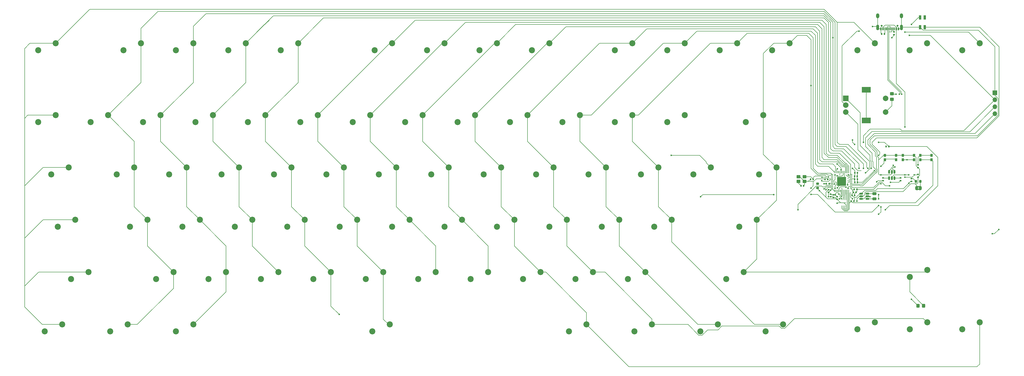
<source format=gbr>
%TF.GenerationSoftware,KiCad,Pcbnew,9.0.5*%
%TF.CreationDate,2026-01-06T21:45:25+05:30*%
%TF.ProjectId,Rheneium,5268656e-6569-4756-9d2e-6b696361645f,rev?*%
%TF.SameCoordinates,Original*%
%TF.FileFunction,Copper,L1,Top*%
%TF.FilePolarity,Positive*%
%FSLAX46Y46*%
G04 Gerber Fmt 4.6, Leading zero omitted, Abs format (unit mm)*
G04 Created by KiCad (PCBNEW 9.0.5) date 2026-01-06 21:45:25*
%MOMM*%
%LPD*%
G01*
G04 APERTURE LIST*
G04 Aperture macros list*
%AMRoundRect*
0 Rectangle with rounded corners*
0 $1 Rounding radius*
0 $2 $3 $4 $5 $6 $7 $8 $9 X,Y pos of 4 corners*
0 Add a 4 corners polygon primitive as box body*
4,1,4,$2,$3,$4,$5,$6,$7,$8,$9,$2,$3,0*
0 Add four circle primitives for the rounded corners*
1,1,$1+$1,$2,$3*
1,1,$1+$1,$4,$5*
1,1,$1+$1,$6,$7*
1,1,$1+$1,$8,$9*
0 Add four rect primitives between the rounded corners*
20,1,$1+$1,$2,$3,$4,$5,0*
20,1,$1+$1,$4,$5,$6,$7,0*
20,1,$1+$1,$6,$7,$8,$9,0*
20,1,$1+$1,$8,$9,$2,$3,0*%
%AMFreePoly0*
4,1,23,0.500000,-0.750000,0.000000,-0.750000,0.000000,-0.745722,-0.065263,-0.745722,-0.191342,-0.711940,-0.304381,-0.646677,-0.396677,-0.554381,-0.461940,-0.441342,-0.495722,-0.315263,-0.495722,-0.250000,-0.500000,-0.250000,-0.500000,0.250000,-0.495722,0.250000,-0.495722,0.315263,-0.461940,0.441342,-0.396677,0.554381,-0.304381,0.646677,-0.191342,0.711940,-0.065263,0.745722,0.000000,0.745722,
0.000000,0.750000,0.500000,0.750000,0.500000,-0.750000,0.500000,-0.750000,$1*%
%AMFreePoly1*
4,1,23,0.000000,0.745722,0.065263,0.745722,0.191342,0.711940,0.304381,0.646677,0.396677,0.554381,0.461940,0.441342,0.495722,0.315263,0.495722,0.250000,0.500000,0.250000,0.500000,-0.250000,0.495722,-0.250000,0.495722,-0.315263,0.461940,-0.441342,0.396677,-0.554381,0.304381,-0.646677,0.191342,-0.711940,0.065263,-0.745722,0.000000,-0.745722,0.000000,-0.750000,-0.500000,-0.750000,
-0.500000,0.750000,0.000000,0.750000,0.000000,0.745722,0.000000,0.745722,$1*%
G04 Aperture macros list end*
%TA.AperFunction,EtchedComponent*%
%ADD10C,0.000000*%
%TD*%
%TA.AperFunction,ComponentPad*%
%ADD11C,2.200000*%
%TD*%
%TA.AperFunction,SMDPad,CuDef*%
%ADD12RoundRect,0.140000X-0.140000X-0.170000X0.140000X-0.170000X0.140000X0.170000X-0.140000X0.170000X0*%
%TD*%
%TA.AperFunction,SMDPad,CuDef*%
%ADD13R,0.850000X1.600000*%
%TD*%
%TA.AperFunction,SMDPad,CuDef*%
%ADD14RoundRect,0.135000X0.185000X-0.135000X0.185000X0.135000X-0.185000X0.135000X-0.185000X-0.135000X0*%
%TD*%
%TA.AperFunction,SMDPad,CuDef*%
%ADD15RoundRect,0.135000X0.135000X0.185000X-0.135000X0.185000X-0.135000X-0.185000X0.135000X-0.185000X0*%
%TD*%
%TA.AperFunction,SMDPad,CuDef*%
%ADD16RoundRect,0.062500X0.062500X-0.387500X0.062500X0.387500X-0.062500X0.387500X-0.062500X-0.387500X0*%
%TD*%
%TA.AperFunction,HeatsinkPad*%
%ADD17R,1.600000X0.200000*%
%TD*%
%TA.AperFunction,SMDPad,CuDef*%
%ADD18R,0.900000X1.000000*%
%TD*%
%TA.AperFunction,SMDPad,CuDef*%
%ADD19RoundRect,0.250000X-0.325000X-0.450000X0.325000X-0.450000X0.325000X0.450000X-0.325000X0.450000X0*%
%TD*%
%TA.AperFunction,SMDPad,CuDef*%
%ADD20RoundRect,0.135000X-0.185000X0.135000X-0.185000X-0.135000X0.185000X-0.135000X0.185000X0.135000X0*%
%TD*%
%TA.AperFunction,SMDPad,CuDef*%
%ADD21RoundRect,0.140000X0.170000X-0.140000X0.170000X0.140000X-0.170000X0.140000X-0.170000X-0.140000X0*%
%TD*%
%TA.AperFunction,SMDPad,CuDef*%
%ADD22RoundRect,0.140000X0.140000X0.170000X-0.140000X0.170000X-0.140000X-0.170000X0.140000X-0.170000X0*%
%TD*%
%TA.AperFunction,SMDPad,CuDef*%
%ADD23RoundRect,0.250000X-0.450000X0.325000X-0.450000X-0.325000X0.450000X-0.325000X0.450000X0.325000X0*%
%TD*%
%TA.AperFunction,SMDPad,CuDef*%
%ADD24FreePoly0,180.000000*%
%TD*%
%TA.AperFunction,SMDPad,CuDef*%
%ADD25FreePoly1,180.000000*%
%TD*%
%TA.AperFunction,SMDPad,CuDef*%
%ADD26RoundRect,0.218750X0.218750X0.256250X-0.218750X0.256250X-0.218750X-0.256250X0.218750X-0.256250X0*%
%TD*%
%TA.AperFunction,ComponentPad*%
%ADD27R,1.700000X1.700000*%
%TD*%
%TA.AperFunction,ComponentPad*%
%ADD28O,1.700000X1.700000*%
%TD*%
%TA.AperFunction,SMDPad,CuDef*%
%ADD29RoundRect,0.150000X-0.512500X-0.150000X0.512500X-0.150000X0.512500X0.150000X-0.512500X0.150000X0*%
%TD*%
%TA.AperFunction,SMDPad,CuDef*%
%ADD30RoundRect,0.140000X-0.170000X0.140000X-0.170000X-0.140000X0.170000X-0.140000X0.170000X0.140000X0*%
%TD*%
%TA.AperFunction,SMDPad,CuDef*%
%ADD31RoundRect,0.112500X0.187500X0.112500X-0.187500X0.112500X-0.187500X-0.112500X0.187500X-0.112500X0*%
%TD*%
%TA.AperFunction,SMDPad,CuDef*%
%ADD32RoundRect,0.218750X0.256250X-0.218750X0.256250X0.218750X-0.256250X0.218750X-0.256250X-0.218750X0*%
%TD*%
%TA.AperFunction,SMDPad,CuDef*%
%ADD33RoundRect,0.135000X-0.135000X-0.185000X0.135000X-0.185000X0.135000X0.185000X-0.135000X0.185000X0*%
%TD*%
%TA.AperFunction,SMDPad,CuDef*%
%ADD34RoundRect,0.150000X-0.150000X0.512500X-0.150000X-0.512500X0.150000X-0.512500X0.150000X0.512500X0*%
%TD*%
%TA.AperFunction,SMDPad,CuDef*%
%ADD35RoundRect,0.250000X0.475000X-0.250000X0.475000X0.250000X-0.475000X0.250000X-0.475000X-0.250000X0*%
%TD*%
%TA.AperFunction,ComponentPad*%
%ADD36R,2.000000X2.000000*%
%TD*%
%TA.AperFunction,ComponentPad*%
%ADD37C,2.000000*%
%TD*%
%TA.AperFunction,ComponentPad*%
%ADD38R,3.200000X2.000000*%
%TD*%
%TA.AperFunction,SMDPad,CuDef*%
%ADD39RoundRect,0.250000X-0.450000X-0.350000X0.450000X-0.350000X0.450000X0.350000X-0.450000X0.350000X0*%
%TD*%
%TA.AperFunction,SMDPad,CuDef*%
%ADD40RoundRect,0.050000X0.387500X0.050000X-0.387500X0.050000X-0.387500X-0.050000X0.387500X-0.050000X0*%
%TD*%
%TA.AperFunction,SMDPad,CuDef*%
%ADD41RoundRect,0.050000X0.050000X0.387500X-0.050000X0.387500X-0.050000X-0.387500X0.050000X-0.387500X0*%
%TD*%
%TA.AperFunction,HeatsinkPad*%
%ADD42R,3.200000X3.200000*%
%TD*%
%TA.AperFunction,ComponentPad*%
%ADD43C,0.700000*%
%TD*%
%TA.AperFunction,SMDPad,CuDef*%
%ADD44R,0.550000X1.100000*%
%TD*%
%TA.AperFunction,SMDPad,CuDef*%
%ADD45R,0.300000X1.100000*%
%TD*%
%TA.AperFunction,ComponentPad*%
%ADD46O,1.100000X2.000000*%
%TD*%
%TA.AperFunction,ComponentPad*%
%ADD47O,1.200000X1.800000*%
%TD*%
%TA.AperFunction,ViaPad*%
%ADD48C,0.600000*%
%TD*%
%TA.AperFunction,ViaPad*%
%ADD49C,0.300000*%
%TD*%
%TA.AperFunction,Conductor*%
%ADD50C,0.200000*%
%TD*%
G04 APERTURE END LIST*
D10*
%TA.AperFunction,EtchedComponent*%
%TO.C,JP2*%
G36*
X341706250Y-106162500D02*
G01*
X341206250Y-106162500D01*
X341206250Y-105762500D01*
X341706250Y-105762500D01*
X341706250Y-106162500D01*
G37*
%TD.AperFunction*%
%TA.AperFunction,EtchedComponent*%
G36*
X341706250Y-106962500D02*
G01*
X341206250Y-106962500D01*
X341206250Y-106562500D01*
X341706250Y-106562500D01*
X341706250Y-106962500D01*
G37*
%TD.AperFunction*%
%TD*%
D11*
%TO.P,SW35,1,1*%
%TO.N,COL_9*%
X189865000Y-98901250D03*
%TO.P,SW35,2,2*%
%TO.N,Net-(D35-A)*%
X183515000Y-101441250D03*
%TD*%
%TO.P,SW14,1,1*%
%TO.N,COL_1*%
X27940000Y-79851250D03*
%TO.P,SW14,2,2*%
%TO.N,Net-(D14-A)*%
X21590000Y-82391250D03*
%TD*%
%TO.P,SW43,1,1*%
%TO.N,COL_4*%
X99377500Y-117951250D03*
%TO.P,SW43,2,2*%
%TO.N,Net-(D43-A)*%
X93027500Y-120491250D03*
%TD*%
D12*
%TO.P,C7,1*%
%TO.N,3V3*%
X318263750Y-102043750D03*
%TO.P,C7,2*%
%TO.N,GND*%
X319223750Y-102043750D03*
%TD*%
%TO.P,C10,1*%
%TO.N,Net-(C10-Pad1)*%
X298763750Y-105568750D03*
%TO.P,C10,2*%
%TO.N,GND*%
X299723750Y-105568750D03*
%TD*%
D11*
%TO.P,SW60,1,1*%
%TO.N,COL_8*%
X185102500Y-137001250D03*
%TO.P,SW60,2,2*%
%TO.N,Net-(D60-A)*%
X178752500Y-139541250D03*
%TD*%
%TO.P,SW53,1,1*%
%TO.N,COL_1*%
X39846250Y-137001250D03*
%TO.P,SW53,2,2*%
%TO.N,Net-(D53-A)*%
X33496250Y-139541250D03*
%TD*%
%TO.P,SW80,1,1*%
%TO.N,COL_2*%
X54133750Y-156051250D03*
%TO.P,SW80,2,2*%
%TO.N,Net-(D80-A)*%
X47783750Y-158591250D03*
%TD*%
%TO.P,SW52,1,1*%
%TO.N,COL_13*%
X282733750Y-117951250D03*
%TO.P,SW52,2,2*%
%TO.N,Net-(D52-A)*%
X276383750Y-120491250D03*
%TD*%
%TO.P,SW68,1,1*%
%TO.N,COL_3*%
X344637500Y-53666250D03*
%TO.P,SW68,2,2*%
%TO.N,Net-(D68-A)*%
X338287500Y-56206250D03*
%TD*%
%TO.P,SW67,1,1*%
%TO.N,COL_3*%
X77946250Y-156051250D03*
%TO.P,SW67,2,2*%
%TO.N,Net-(D67-A)*%
X71596250Y-158591250D03*
%TD*%
%TO.P,SW48,1,1*%
%TO.N,COL_9*%
X194627500Y-117951250D03*
%TO.P,SW48,2,2*%
%TO.N,Net-(D48-A)*%
X188277500Y-120491250D03*
%TD*%
%TO.P,SW7,1,1*%
%TO.N,COL_7*%
X169227500Y-53657500D03*
%TO.P,SW7,2,2*%
%TO.N,Net-(D7-A)*%
X162877500Y-56197500D03*
%TD*%
%TO.P,SW63,1,1*%
%TO.N,COL_11*%
X242252500Y-137001250D03*
%TO.P,SW63,2,2*%
%TO.N,Net-(D63-A)*%
X235902500Y-139541250D03*
%TD*%
%TO.P,SW27,1,1*%
%TO.N,COL_1*%
X32702500Y-98901250D03*
%TO.P,SW27,2,2*%
%TO.N,Net-(D27-A)*%
X26352500Y-101441250D03*
%TD*%
D13*
%TO.P,D87,1,DOUT*%
%TO.N,unconnected-(D87-DOUT-Pad1)*%
X343775000Y-44287500D03*
%TO.P,D87,2,VDD*%
%TO.N,3V3*%
X342025000Y-44287500D03*
%TO.P,D87,3,VSS*%
%TO.N,GND*%
X342025000Y-47787500D03*
%TO.P,D87,4,DIN*%
%TO.N,24*%
X343775000Y-47787500D03*
%TD*%
D11*
%TO.P,SW39,1,1*%
%TO.N,COL_13*%
X289877500Y-98901250D03*
%TO.P,SW39,2,2*%
%TO.N,Net-(D39-A)*%
X283527500Y-101441250D03*
%TD*%
D14*
%TO.P,R8,1*%
%TO.N,3V3*%
X338931250Y-103981250D03*
%TO.P,R8,2*%
%TO.N,Net-(D86-A)*%
X338931250Y-102961250D03*
%TD*%
D11*
%TO.P,SW29,1,1*%
%TO.N,COL_3*%
X75565000Y-98901250D03*
%TO.P,SW29,2,2*%
%TO.N,Net-(D29-A)*%
X69215000Y-101441250D03*
%TD*%
%TO.P,SW56,1,1*%
%TO.N,COL_4*%
X108902500Y-137001250D03*
%TO.P,SW56,2,2*%
%TO.N,Net-(D56-A)*%
X102552500Y-139541250D03*
%TD*%
%TO.P,SW25,1,1*%
%TO.N,COL_12*%
X237490000Y-79851250D03*
%TO.P,SW25,2,2*%
%TO.N,Net-(D25-A)*%
X231140000Y-82391250D03*
%TD*%
%TO.P,SW32,1,1*%
%TO.N,COL_6*%
X132715000Y-98901250D03*
%TO.P,SW32,2,2*%
%TO.N,Net-(D32-A)*%
X126365000Y-101441250D03*
%TD*%
D15*
%TO.P,R9,1*%
%TO.N,25*%
X308995000Y-104775000D03*
%TO.P,R9,2*%
%TO.N,Net-(D88-A)*%
X307975000Y-104775000D03*
%TD*%
D11*
%TO.P,SW37,1,1*%
%TO.N,COL_11*%
X227965000Y-98901250D03*
%TO.P,SW37,2,2*%
%TO.N,Net-(D37-A)*%
X221615000Y-101441250D03*
%TD*%
%TO.P,SW12,1,1*%
%TO.N,COL_12*%
X275590000Y-53657500D03*
%TO.P,SW12,2,2*%
%TO.N,Net-(D12-A)*%
X269240000Y-56197500D03*
%TD*%
%TO.P,SW50,1,1*%
%TO.N,COL_11*%
X232727500Y-117951250D03*
%TO.P,SW50,2,2*%
%TO.N,Net-(D50-A)*%
X226377500Y-120491250D03*
%TD*%
D16*
%TO.P,U2,1,~{CS}*%
%TO.N,SPI_CS*%
X313618750Y-113181250D03*
%TO.P,U2,2,DO_(IO1)*%
%TO.N,SPI_SD1*%
X314118750Y-113181250D03*
%TO.P,U2,3,~{WP_}(IO2)*%
%TO.N,SPI_SD2*%
X314618750Y-113181250D03*
%TO.P,U2,4,GND*%
%TO.N,GND*%
X315118750Y-113181250D03*
%TO.P,U2,5,DI_(IO0)*%
%TO.N,SPI_SD0*%
X315118750Y-110331250D03*
%TO.P,U2,6,CLK*%
%TO.N,SPI_CLK*%
X314618750Y-110331250D03*
%TO.P,U2,7,~{RESET_}(IO3)*%
%TO.N,SPI_SD3*%
X314118750Y-110331250D03*
%TO.P,U2,8,VCC*%
%TO.N,3V3*%
X313618750Y-110331250D03*
D17*
%TO.P,U2,9,EP*%
%TO.N,GND*%
X314368750Y-111756250D03*
%TD*%
D11*
%TO.P,SW77,1,1*%
%TO.N,COL_10*%
X244633750Y-156051250D03*
%TO.P,SW77,2,2*%
%TO.N,Net-(D77-A)*%
X238283750Y-158591250D03*
%TD*%
%TO.P,SW19,1,1*%
%TO.N,COL_6*%
X123190000Y-79851250D03*
%TO.P,SW19,2,2*%
%TO.N,Net-(D19-A)*%
X116840000Y-82391250D03*
%TD*%
%TO.P,SW30,1,1*%
%TO.N,COL_4*%
X94615000Y-98901250D03*
%TO.P,SW30,2,2*%
%TO.N,Net-(D30-A)*%
X88265000Y-101441250D03*
%TD*%
%TO.P,SW69,1,1*%
%TO.N,COL_4*%
X363696250Y-53657500D03*
%TO.P,SW69,2,2*%
%TO.N,Net-(D69-A)*%
X357346250Y-56197500D03*
%TD*%
D18*
%TO.P,SW86,1,1*%
%TO.N,GND*%
X335756250Y-94443750D03*
X339856250Y-94443750D03*
%TO.P,SW86,2,2*%
%TO.N,23*%
X335756250Y-96043750D03*
X339856250Y-96043750D03*
%TD*%
D11*
%TO.P,SW82,1,1*%
%TO.N,COL_11*%
X268591844Y-156051250D03*
%TO.P,SW82,2,2*%
%TO.N,Net-(D82-A)*%
X262241844Y-158591250D03*
%TD*%
%TO.P,SW70,1,1*%
%TO.N,COL_5*%
X325596250Y-155257500D03*
%TO.P,SW70,2,2*%
%TO.N,Net-(D70-A)*%
X319246250Y-157797500D03*
%TD*%
%TO.P,SW20,1,1*%
%TO.N,COL_7*%
X142240000Y-79851250D03*
%TO.P,SW20,2,2*%
%TO.N,Net-(D20-A)*%
X135890000Y-82391250D03*
%TD*%
D19*
%TO.P,D78,1,K*%
%TO.N,ROW_6*%
X341312500Y-149225000D03*
%TO.P,D78,2,A*%
%TO.N,Net-(D78-A)*%
X343362500Y-149225000D03*
%TD*%
D20*
%TO.P,R2,1*%
%TO.N,Net-(R2-Pad1)*%
X341312500Y-97915000D03*
%TO.P,R2,2*%
%TO.N,GND*%
X341312500Y-98935000D03*
%TD*%
D21*
%TO.P,C2,1*%
%TO.N,3V3*%
X308768750Y-107950000D03*
%TO.P,C2,2*%
%TO.N,GND*%
X308768750Y-106990000D03*
%TD*%
D11*
%TO.P,SW41,1,1*%
%TO.N,COL_2*%
X61277500Y-117951250D03*
%TO.P,SW41,2,2*%
%TO.N,Net-(D41-A)*%
X54927500Y-120491250D03*
%TD*%
D22*
%TO.P,C15,1*%
%TO.N,GND*%
X319267500Y-100806250D03*
%TO.P,C15,2*%
%TO.N,3V3*%
X318307500Y-100806250D03*
%TD*%
D20*
%TO.P,R3,1*%
%TO.N,Net-(R3-Pad1)*%
X328612500Y-102677500D03*
%TO.P,R3,2*%
%TO.N,USB_DP_CLEAN*%
X328612500Y-103697500D03*
%TD*%
D23*
%TO.P,D84,1,K*%
%TO.N,ROW_2*%
X331787500Y-72000000D03*
%TO.P,D84,2,A*%
%TO.N,Net-(D84-A)*%
X331787500Y-74050000D03*
%TD*%
D11*
%TO.P,SW45,1,1*%
%TO.N,COL_6*%
X137477500Y-117951250D03*
%TO.P,SW45,2,2*%
%TO.N,Net-(D45-A)*%
X131127500Y-120491250D03*
%TD*%
%TO.P,SW44,1,1*%
%TO.N,COL_5*%
X118427500Y-117951250D03*
%TO.P,SW44,2,2*%
%TO.N,Net-(D44-A)*%
X112077500Y-120491250D03*
%TD*%
%TO.P,SW2,1,1*%
%TO.N,COL_2*%
X58896250Y-53657500D03*
%TO.P,SW2,2,2*%
%TO.N,Net-(D2-A)*%
X52546250Y-56197500D03*
%TD*%
%TO.P,SW76,1,1*%
%TO.N,COL_11*%
X266065000Y-98901250D03*
%TO.P,SW76,2,2*%
%TO.N,Net-(D76-A)*%
X259715000Y-101441250D03*
%TD*%
D24*
%TO.P,JP2,1,A*%
%TO.N,Net-(D86-K)*%
X342106250Y-106362500D03*
D25*
%TO.P,JP2,2,B*%
%TO.N,GND*%
X340806250Y-106362500D03*
%TD*%
D26*
%TO.P,D86,1,K*%
%TO.N,Net-(D86-K)*%
X342100000Y-103981250D03*
%TO.P,D86,2,A*%
%TO.N,Net-(D86-A)*%
X340525000Y-103981250D03*
%TD*%
D11*
%TO.P,SW9,1,1*%
%TO.N,COL_9*%
X207327500Y-53657500D03*
%TO.P,SW9,2,2*%
%TO.N,Net-(D9-A)*%
X200977500Y-56197500D03*
%TD*%
%TO.P,SW81,1,1*%
%TO.N,COL_6*%
X149383750Y-156051250D03*
%TO.P,SW81,2,2*%
%TO.N,Net-(D81-A)*%
X143033750Y-158591250D03*
%TD*%
%TO.P,SW1,1,1*%
%TO.N,COL_1*%
X27940000Y-53657500D03*
%TO.P,SW1,2,2*%
%TO.N,Net-(D1-A)*%
X21590000Y-56197500D03*
%TD*%
D27*
%TO.P,J1,1,Pin_1*%
%TO.N,GND*%
X369246250Y-71711250D03*
D28*
%TO.P,J1,2,Pin_2*%
%TO.N,3V3*%
X369246250Y-74251250D03*
%TO.P,J1,3,Pin_3*%
%TO.N,gp2*%
X369246250Y-76791250D03*
%TO.P,J1,4,Pin_4*%
%TO.N,gp3*%
X369246250Y-79331250D03*
%TD*%
D11*
%TO.P,SW49,1,1*%
%TO.N,COL_10*%
X213677500Y-117951250D03*
%TO.P,SW49,2,2*%
%TO.N,Net-(D49-A)*%
X207327500Y-120491250D03*
%TD*%
%TO.P,SW17,1,1*%
%TO.N,COL_4*%
X85090000Y-79851250D03*
%TO.P,SW17,2,2*%
%TO.N,Net-(D17-A)*%
X78740000Y-82391250D03*
%TD*%
D29*
%TO.P,U4,1,VOUT*%
%TO.N,3V3*%
X320675000Y-108431250D03*
%TO.P,U4,2,GND*%
%TO.N,GND*%
X320675000Y-109381250D03*
%TO.P,U4,3,EN*%
%TO.N,VSYS*%
X320675000Y-110331250D03*
%TO.P,U4,4,C-*%
%TO.N,Net-(U4-C-)*%
X322950000Y-110331250D03*
%TO.P,U4,5,VIN*%
%TO.N,VSYS*%
X322950000Y-109381250D03*
%TO.P,U4,6,C+*%
%TO.N,Net-(U4-C+)*%
X322950000Y-108431250D03*
%TD*%
D11*
%TO.P,SW57,1,1*%
%TO.N,COL_5*%
X127952500Y-137001250D03*
%TO.P,SW57,2,2*%
%TO.N,Net-(D57-A)*%
X121602500Y-139541250D03*
%TD*%
D30*
%TO.P,C16,1*%
%TO.N,VSYS*%
X341312500Y-101433750D03*
%TO.P,C16,2*%
%TO.N,GND*%
X341312500Y-102393750D03*
%TD*%
D31*
%TO.P,D85,1,K*%
%TO.N,VSYS*%
X339981250Y-101600000D03*
%TO.P,D85,2,A*%
%TO.N,VBUS*%
X337881250Y-101600000D03*
%TD*%
D18*
%TO.P,SW87,1,1*%
%TO.N,Net-(R2-Pad1)*%
X342106250Y-94443750D03*
X346206250Y-94443750D03*
%TO.P,SW87,2,2*%
%TO.N,SPI_CS*%
X342106250Y-96043750D03*
X346206250Y-96043750D03*
%TD*%
D11*
%TO.P,SW13,1,1*%
%TO.N,COL_13*%
X294640000Y-53657500D03*
%TO.P,SW13,2,2*%
%TO.N,Net-(D13-A)*%
X288290000Y-56197500D03*
%TD*%
D22*
%TO.P,C4,1*%
%TO.N,3V3*%
X308455000Y-103187500D03*
%TO.P,C4,2*%
%TO.N,GND*%
X307495000Y-103187500D03*
%TD*%
D20*
%TO.P,R5,1*%
%TO.N,Net-(USB1-CC1)*%
X332581250Y-49496250D03*
%TO.P,R5,2*%
%TO.N,GND*%
X332581250Y-50516250D03*
%TD*%
D30*
%TO.P,C11,1*%
%TO.N,1V1*%
X310596250Y-108827500D03*
%TO.P,C11,2*%
%TO.N,GND*%
X310596250Y-109787500D03*
%TD*%
D11*
%TO.P,SW65,1,1*%
%TO.N,COL_13*%
X277971250Y-137001250D03*
%TO.P,SW65,2,2*%
%TO.N,Net-(D65-A)*%
X271621250Y-139541250D03*
%TD*%
%TO.P,SW21,1,1*%
%TO.N,COL_8*%
X161290000Y-79851250D03*
%TO.P,SW21,2,2*%
%TO.N,Net-(D21-A)*%
X154940000Y-82391250D03*
%TD*%
%TO.P,SW24,1,1*%
%TO.N,COL_11*%
X218440000Y-79851250D03*
%TO.P,SW24,2,2*%
%TO.N,Net-(D24-A)*%
X212090000Y-82391250D03*
%TD*%
%TO.P,SW5,1,1*%
%TO.N,COL_5*%
X116046250Y-53657500D03*
%TO.P,SW5,2,2*%
%TO.N,Net-(D5-A)*%
X109696250Y-56197500D03*
%TD*%
%TO.P,SW55,1,1*%
%TO.N,COL_3*%
X89852500Y-137001250D03*
%TO.P,SW55,2,2*%
%TO.N,Net-(D55-A)*%
X83502500Y-139541250D03*
%TD*%
D12*
%TO.P,C1,1*%
%TO.N,3V3*%
X317813750Y-107950000D03*
%TO.P,C1,2*%
%TO.N,GND*%
X318773750Y-107950000D03*
%TD*%
D32*
%TO.P,D88,1,K*%
%TO.N,GND*%
X304800000Y-106356250D03*
%TO.P,D88,2,A*%
%TO.N,Net-(D88-A)*%
X304800000Y-104781250D03*
%TD*%
D11*
%TO.P,SW75,1,1*%
%TO.N,COL_10*%
X344646250Y-155257500D03*
%TO.P,SW75,2,2*%
%TO.N,Net-(D75-A)*%
X338296250Y-157797500D03*
%TD*%
D33*
%TO.P,R10,1*%
%TO.N,RUN*%
X329690000Y-91281250D03*
%TO.P,R10,2*%
%TO.N,3V3*%
X330710000Y-91281250D03*
%TD*%
D11*
%TO.P,SW46,1,1*%
%TO.N,COL_7*%
X156527500Y-117951250D03*
%TO.P,SW46,2,2*%
%TO.N,Net-(D46-A)*%
X150177500Y-120491250D03*
%TD*%
D34*
%TO.P,U3,1,I/O1*%
%TO.N,USB_D_N*%
X332737500Y-100462500D03*
%TO.P,U3,2,GND*%
%TO.N,GND*%
X331787500Y-100462500D03*
%TO.P,U3,3,I/O2*%
%TO.N,USB_D_P*%
X330837500Y-100462500D03*
%TO.P,U3,4,I/O2*%
%TO.N,Net-(R3-Pad1)*%
X330837500Y-102737500D03*
%TO.P,U3,5,VBUS*%
%TO.N,VBUS*%
X331787500Y-102737500D03*
%TO.P,U3,6,I/O1*%
%TO.N,Net-(R4-Pad1)*%
X332737500Y-102737500D03*
%TD*%
D15*
%TO.P,R6,1*%
%TO.N,Net-(USB1-CC2)*%
X329122500Y-50290000D03*
%TO.P,R6,2*%
%TO.N,GND*%
X328102500Y-50290000D03*
%TD*%
D35*
%TO.P,C12,1*%
%TO.N,Net-(U4-C-)*%
X325437500Y-110331250D03*
%TO.P,C12,2*%
%TO.N,Net-(U4-C+)*%
X325437500Y-108431250D03*
%TD*%
D11*
%TO.P,SW51,1,1*%
%TO.N,COL_12*%
X251777500Y-117951250D03*
%TO.P,SW51,2,2*%
%TO.N,Net-(D51-A)*%
X245427500Y-120491250D03*
%TD*%
%TO.P,SW18,1,1*%
%TO.N,COL_5*%
X104140000Y-79851250D03*
%TO.P,SW18,2,2*%
%TO.N,Net-(D18-A)*%
X97790000Y-82391250D03*
%TD*%
%TO.P,SW64,1,1*%
%TO.N,COL_9*%
X220821250Y-156051250D03*
%TO.P,SW64,2,2*%
%TO.N,Net-(D64-A)*%
X214471250Y-158591250D03*
%TD*%
%TO.P,SW42,1,1*%
%TO.N,COL_3*%
X80327500Y-117951250D03*
%TO.P,SW42,2,2*%
%TO.N,Net-(D42-A)*%
X73977500Y-120491250D03*
%TD*%
%TO.P,SW40,1,1*%
%TO.N,COL_1*%
X35083750Y-117951250D03*
%TO.P,SW40,2,2*%
%TO.N,Net-(D40-A)*%
X28733750Y-120491250D03*
%TD*%
%TO.P,SW58,1,1*%
%TO.N,COL_6*%
X147002500Y-137001250D03*
%TO.P,SW58,2,2*%
%TO.N,Net-(D58-A)*%
X140652500Y-139541250D03*
%TD*%
D18*
%TO.P,SW85,1,1*%
%TO.N,GND*%
X329275000Y-94443750D03*
X333375000Y-94443750D03*
%TO.P,SW85,2,2*%
%TO.N,RUN*%
X329275000Y-96043750D03*
X333375000Y-96043750D03*
%TD*%
D36*
%TO.P,SW84,A,A*%
%TO.N,RS_2*%
X315012500Y-73700000D03*
D37*
%TO.P,SW84,B,B*%
%TO.N,RS_1*%
X315012500Y-78700000D03*
%TO.P,SW84,C,C*%
%TO.N,GND*%
X315012500Y-76200000D03*
D38*
%TO.P,SW84,MP*%
%TO.N,N/C*%
X322512500Y-70600000D03*
X322512500Y-81800000D03*
D37*
%TO.P,SW84,S1,S1*%
%TO.N,Net-(D84-A)*%
X329512500Y-78700000D03*
%TO.P,SW84,S2,S2*%
%TO.N,COL_13*%
X329512500Y-73700000D03*
%TD*%
D11*
%TO.P,SW28,1,1*%
%TO.N,COL_2*%
X56515000Y-98901250D03*
%TO.P,SW28,2,2*%
%TO.N,Net-(D28-A)*%
X50165000Y-101441250D03*
%TD*%
D30*
%TO.P,C13,1*%
%TO.N,1V1*%
X309562500Y-108577500D03*
%TO.P,C13,2*%
%TO.N,GND*%
X309562500Y-109537500D03*
%TD*%
D11*
%TO.P,SW62,1,1*%
%TO.N,COL_10*%
X223202500Y-137001250D03*
%TO.P,SW62,2,2*%
%TO.N,Net-(D62-A)*%
X216852500Y-139541250D03*
%TD*%
D12*
%TO.P,C9,1*%
%TO.N,GND*%
X302252500Y-103187500D03*
%TO.P,C9,2*%
%TO.N,XIN*%
X303212500Y-103187500D03*
%TD*%
D11*
%TO.P,SW15,1,1*%
%TO.N,COL_2*%
X46990000Y-79851250D03*
%TO.P,SW15,2,2*%
%TO.N,Net-(D15-A)*%
X40640000Y-82391250D03*
%TD*%
%TO.P,SW61,1,1*%
%TO.N,COL_9*%
X204152500Y-137001250D03*
%TO.P,SW61,2,2*%
%TO.N,Net-(D61-A)*%
X197802500Y-139541250D03*
%TD*%
D30*
%TO.P,C14,1*%
%TO.N,1V1*%
X311943750Y-109537500D03*
%TO.P,C14,2*%
%TO.N,GND*%
X311943750Y-110497500D03*
%TD*%
D11*
%TO.P,SW78,1,1*%
%TO.N,COL_13*%
X344646250Y-136207500D03*
%TO.P,SW78,2,2*%
%TO.N,Net-(D78-A)*%
X338296250Y-138747500D03*
%TD*%
%TO.P,SW22,1,1*%
%TO.N,COL_9*%
X180340000Y-79851250D03*
%TO.P,SW22,2,2*%
%TO.N,Net-(D22-A)*%
X173990000Y-82391250D03*
%TD*%
D12*
%TO.P,C5,1*%
%TO.N,3V3*%
X317333750Y-108993750D03*
%TO.P,C5,2*%
%TO.N,GND*%
X318293750Y-108993750D03*
%TD*%
D11*
%TO.P,SW47,1,1*%
%TO.N,COL_8*%
X175577500Y-117951250D03*
%TO.P,SW47,2,2*%
%TO.N,Net-(D47-A)*%
X169227500Y-120491250D03*
%TD*%
%TO.P,SW6,1,1*%
%TO.N,COL_6*%
X150177500Y-53657500D03*
%TO.P,SW6,2,2*%
%TO.N,Net-(D6-A)*%
X143827500Y-56197500D03*
%TD*%
D15*
%TO.P,R1,1*%
%TO.N,3V3*%
X318010000Y-111125000D03*
%TO.P,R1,2*%
%TO.N,SPI_CS*%
X316990000Y-111125000D03*
%TD*%
D11*
%TO.P,SW10,1,1*%
%TO.N,COL_10*%
X237490000Y-53657500D03*
%TO.P,SW10,2,2*%
%TO.N,Net-(D10-A)*%
X231140000Y-56197500D03*
%TD*%
%TO.P,SW16,1,1*%
%TO.N,COL_3*%
X66040000Y-79851250D03*
%TO.P,SW16,2,2*%
%TO.N,Net-(D16-A)*%
X59690000Y-82391250D03*
%TD*%
%TO.P,SW4,1,1*%
%TO.N,COL_4*%
X96996250Y-53657500D03*
%TO.P,SW4,2,2*%
%TO.N,Net-(D4-A)*%
X90646250Y-56197500D03*
%TD*%
%TO.P,SW83,1,1*%
%TO.N,COL_12*%
X292258750Y-156051250D03*
%TO.P,SW83,2,2*%
%TO.N,Net-(D83-A)*%
X285908750Y-158591250D03*
%TD*%
%TO.P,SW74,1,1*%
%TO.N,COL_9*%
X363696250Y-155257500D03*
%TO.P,SW74,2,2*%
%TO.N,Net-(D74-A)*%
X357346250Y-157797500D03*
%TD*%
%TO.P,SW79,1,1*%
%TO.N,COL_1*%
X30321250Y-156051250D03*
%TO.P,SW79,2,2*%
%TO.N,Net-(D79-A)*%
X23971250Y-158591250D03*
%TD*%
%TO.P,SW66,1,1*%
%TO.N,COL_1*%
X325596250Y-53657500D03*
%TO.P,SW66,2,2*%
%TO.N,Net-(D66-A)*%
X319246250Y-56197500D03*
%TD*%
%TO.P,SW34,1,1*%
%TO.N,COL_8*%
X170815000Y-98901250D03*
%TO.P,SW34,2,2*%
%TO.N,Net-(D34-A)*%
X164465000Y-101441250D03*
%TD*%
%TO.P,SW3,1,1*%
%TO.N,COL_3*%
X77946250Y-53657500D03*
%TO.P,SW3,2,2*%
%TO.N,Net-(D3-A)*%
X71596250Y-56197500D03*
%TD*%
D12*
%TO.P,C8,1*%
%TO.N,3V3*%
X318313750Y-104281250D03*
%TO.P,C8,2*%
%TO.N,GND*%
X319273750Y-104281250D03*
%TD*%
D39*
%TO.P,X1,1,1*%
%TO.N,Net-(C10-Pad1)*%
X297837500Y-103981250D03*
%TO.P,X1,2,2*%
%TO.N,GND*%
X300037500Y-103981250D03*
%TO.P,X1,3,3*%
%TO.N,XIN*%
X300037500Y-102281250D03*
%TO.P,X1,4,4*%
%TO.N,GND*%
X297837500Y-102281250D03*
%TD*%
D40*
%TO.P,U1,1,IOVDD*%
%TO.N,3V3*%
X316968750Y-106581250D03*
%TO.P,U1,2,GPIO0*%
%TO.N,ROW_6*%
X316968750Y-106181250D03*
%TO.P,U1,3,GPIO1*%
%TO.N,ROW_7*%
X316968750Y-105781250D03*
%TO.P,U1,4,GPIO2*%
%TO.N,gp3*%
X316968750Y-105381250D03*
%TO.P,U1,5,GPIO3*%
%TO.N,gp2*%
X316968750Y-104981250D03*
%TO.P,U1,6,GPIO4*%
%TO.N,unconnected-(U1-GPIO4-Pad6)*%
X316968750Y-104581250D03*
%TO.P,U1,7,GPIO5*%
%TO.N,RS_2*%
X316968750Y-104181250D03*
%TO.P,U1,8,GPIO6*%
%TO.N,RS_1*%
X316968750Y-103781250D03*
%TO.P,U1,9,GPIO7*%
%TO.N,COL_1*%
X316968750Y-103381250D03*
%TO.P,U1,10,IOVDD*%
%TO.N,3V3*%
X316968750Y-102981250D03*
%TO.P,U1,11,GPIO8*%
%TO.N,COL_2*%
X316968750Y-102581250D03*
%TO.P,U1,12,GPIO9*%
%TO.N,COL_3*%
X316968750Y-102181250D03*
%TO.P,U1,13,GPIO10*%
%TO.N,COL_4*%
X316968750Y-101781250D03*
%TO.P,U1,14,GPIO11*%
%TO.N,COL_5*%
X316968750Y-101381250D03*
D41*
%TO.P,U1,15,GPIO12*%
%TO.N,COL_6*%
X316131250Y-100543750D03*
%TO.P,U1,16,GPIO13*%
%TO.N,COL_7*%
X315731250Y-100543750D03*
%TO.P,U1,17,GPIO14*%
%TO.N,COL_8*%
X315331250Y-100543750D03*
%TO.P,U1,18,GPIO15*%
%TO.N,COL_9*%
X314931250Y-100543750D03*
%TO.P,U1,19,TESTEN*%
%TO.N,GND*%
X314531250Y-100543750D03*
%TO.P,U1,20,XIN*%
%TO.N,XIN*%
X314131250Y-100543750D03*
%TO.P,U1,21,XOUT*%
%TO.N,XOUT*%
X313731250Y-100543750D03*
%TO.P,U1,22,IOVDD*%
%TO.N,3V3*%
X313331250Y-100543750D03*
%TO.P,U1,23,DVDD*%
%TO.N,1V1*%
X312931250Y-100543750D03*
%TO.P,U1,24,SWCLK*%
%TO.N,SWCLK*%
X312531250Y-100543750D03*
%TO.P,U1,25,SWD*%
%TO.N,SWD*%
X312131250Y-100543750D03*
%TO.P,U1,26,RUN*%
%TO.N,RUN*%
X311731250Y-100543750D03*
%TO.P,U1,27,GPIO16*%
%TO.N,COL_10*%
X311331250Y-100543750D03*
%TO.P,U1,28,GPIO17*%
%TO.N,COL_11*%
X310931250Y-100543750D03*
D40*
%TO.P,U1,29,GPIO18*%
%TO.N,COL_12*%
X310093750Y-101381250D03*
%TO.P,U1,30,GPIO19*%
%TO.N,COL_13*%
X310093750Y-101781250D03*
%TO.P,U1,31,GPIO20*%
%TO.N,unconnected-(U1-GPIO20-Pad31)*%
X310093750Y-102181250D03*
%TO.P,U1,32,GPIO21*%
%TO.N,unconnected-(U1-GPIO21-Pad32)*%
X310093750Y-102581250D03*
%TO.P,U1,33,IOVDD*%
%TO.N,3V3*%
X310093750Y-102981250D03*
%TO.P,U1,34,GPIO22*%
%TO.N,ROW_1*%
X310093750Y-103381250D03*
%TO.P,U1,35,GPIO23*%
%TO.N,24*%
X310093750Y-103781250D03*
%TO.P,U1,36,GPIO24*%
%TO.N,23*%
X310093750Y-104181250D03*
%TO.P,U1,37,GPIO25*%
%TO.N,25*%
X310093750Y-104581250D03*
%TO.P,U1,38,GPIO26_ADC0*%
%TO.N,ROW_2*%
X310093750Y-104981250D03*
%TO.P,U1,39,GPIO27_ADC1*%
%TO.N,ROW_3*%
X310093750Y-105381250D03*
%TO.P,U1,40,GPIO28_ADC2*%
%TO.N,ROW_4*%
X310093750Y-105781250D03*
%TO.P,U1,41,GPIO29_ADC3*%
%TO.N,ROW5*%
X310093750Y-106181250D03*
%TO.P,U1,42,IOVDD*%
%TO.N,3V3*%
X310093750Y-106581250D03*
D41*
%TO.P,U1,43,ADC_AVDD*%
X310931250Y-107418750D03*
%TO.P,U1,44,VREG_IN*%
X311331250Y-107418750D03*
%TO.P,U1,45,VREG_VOUT*%
%TO.N,1V1*%
X311731250Y-107418750D03*
%TO.P,U1,46,USB_DM*%
%TO.N,USB_DM_CLEAN*%
X312131250Y-107418750D03*
%TO.P,U1,47,USB_DP*%
%TO.N,USB_DP_CLEAN*%
X312531250Y-107418750D03*
%TO.P,U1,48,USB_VDD*%
%TO.N,3V3*%
X312931250Y-107418750D03*
%TO.P,U1,49,IOVDD*%
X313331250Y-107418750D03*
%TO.P,U1,50,DVDD*%
%TO.N,1V1*%
X313731250Y-107418750D03*
%TO.P,U1,51,QSPI_SD3*%
%TO.N,SPI_SD3*%
X314131250Y-107418750D03*
%TO.P,U1,52,QSPI_SCLK*%
%TO.N,SPI_CLK*%
X314531250Y-107418750D03*
%TO.P,U1,53,QSPI_SD0*%
%TO.N,SPI_SD0*%
X314931250Y-107418750D03*
%TO.P,U1,54,QSPI_SD2*%
%TO.N,SPI_SD2*%
X315331250Y-107418750D03*
%TO.P,U1,55,QSPI_SD1*%
%TO.N,SPI_SD1*%
X315731250Y-107418750D03*
%TO.P,U1,56,QSPI_SS*%
%TO.N,SPI_CS*%
X316131250Y-107418750D03*
D42*
%TO.P,U1,57,GND*%
%TO.N,GND*%
X313531250Y-103981250D03*
%TD*%
D12*
%TO.P,C6,1*%
%TO.N,3V3*%
X318293750Y-103187500D03*
%TO.P,C6,2*%
%TO.N,GND*%
X319253750Y-103187500D03*
%TD*%
D20*
%TO.P,R4,1*%
%TO.N,Net-(R4-Pad1)*%
X334962500Y-102677500D03*
%TO.P,R4,2*%
%TO.N,USB_DM_CLEAN*%
X334962500Y-103697500D03*
%TD*%
D11*
%TO.P,SW33,1,1*%
%TO.N,COL_7*%
X151765000Y-98901250D03*
%TO.P,SW33,2,2*%
%TO.N,Net-(D33-A)*%
X145415000Y-101441250D03*
%TD*%
%TO.P,SW11,1,1*%
%TO.N,COL_11*%
X256540000Y-53657500D03*
%TO.P,SW11,2,2*%
%TO.N,Net-(D11-A)*%
X250190000Y-56197500D03*
%TD*%
%TO.P,SW71,1,1*%
%TO.N,COL_6*%
X256540000Y-79851250D03*
%TO.P,SW71,2,2*%
%TO.N,Net-(D71-A)*%
X250190000Y-82391250D03*
%TD*%
%TO.P,SW38,1,1*%
%TO.N,COL_12*%
X247015000Y-98901250D03*
%TO.P,SW38,2,2*%
%TO.N,Net-(D38-A)*%
X240665000Y-101441250D03*
%TD*%
%TO.P,SW23,1,1*%
%TO.N,COL_10*%
X199390000Y-79851250D03*
%TO.P,SW23,2,2*%
%TO.N,Net-(D23-A)*%
X193040000Y-82391250D03*
%TD*%
%TO.P,SW54,1,1*%
%TO.N,COL_2*%
X70802500Y-137001250D03*
%TO.P,SW54,2,2*%
%TO.N,Net-(D54-A)*%
X64452500Y-139541250D03*
%TD*%
%TO.P,SW8,1,1*%
%TO.N,COL_8*%
X188277500Y-53657500D03*
%TO.P,SW8,2,2*%
%TO.N,Net-(D8-A)*%
X181927500Y-56197500D03*
%TD*%
%TO.P,SW26,1,1*%
%TO.N,COL_13*%
X285115000Y-79851250D03*
%TO.P,SW26,2,2*%
%TO.N,Net-(D26-A)*%
X278765000Y-82391250D03*
%TD*%
D12*
%TO.P,C3,1*%
%TO.N,3V3*%
X318127500Y-106862500D03*
%TO.P,C3,2*%
%TO.N,GND*%
X319087500Y-106862500D03*
%TD*%
D11*
%TO.P,SW31,1,1*%
%TO.N,COL_5*%
X113665000Y-98901250D03*
%TO.P,SW31,2,2*%
%TO.N,Net-(D31-A)*%
X107315000Y-101441250D03*
%TD*%
%TO.P,SW36,1,1*%
%TO.N,COL_10*%
X208915000Y-98901250D03*
%TO.P,SW36,2,2*%
%TO.N,Net-(D36-A)*%
X202565000Y-101441250D03*
%TD*%
%TO.P,SW59,1,1*%
%TO.N,COL_7*%
X166052500Y-137001250D03*
%TO.P,SW59,2,2*%
%TO.N,Net-(D59-A)*%
X159702500Y-139541250D03*
%TD*%
D43*
%TO.P,USB1,*%
%TO.N,*%
X333883750Y-47337500D03*
X328103750Y-47337500D03*
D44*
%TO.P,USB1,1,GND*%
%TO.N,GND*%
X334193750Y-48417500D03*
%TO.P,USB1,2,VBUS*%
%TO.N,VBUS*%
X333393750Y-48417500D03*
D45*
%TO.P,USB1,3,SBU2*%
%TO.N,unconnected-(USB1-SBU2-Pad3)*%
X332743750Y-48417500D03*
%TO.P,USB1,4,CC1*%
%TO.N,Net-(USB1-CC1)*%
X332243750Y-48417500D03*
%TO.P,USB1,5,DN2*%
%TO.N,USB_D_N*%
X331743750Y-48417500D03*
%TO.P,USB1,6,DP1*%
%TO.N,USB_D_P*%
X331243750Y-48417500D03*
%TO.P,USB1,7,DN1*%
%TO.N,USB_D_N*%
X330743750Y-48417500D03*
%TO.P,USB1,8,DP2*%
%TO.N,USB_D_P*%
X330243750Y-48417500D03*
%TO.P,USB1,9,SBU1*%
%TO.N,unconnected-(USB1-SBU1-Pad9)*%
X329743750Y-48417500D03*
%TO.P,USB1,10,CC2*%
%TO.N,Net-(USB1-CC2)*%
X329243750Y-48417500D03*
D44*
%TO.P,USB1,11,VBUS*%
%TO.N,VBUS*%
X328593750Y-48417500D03*
%TO.P,USB1,12,GND*%
%TO.N,GND*%
X327793750Y-48417500D03*
D46*
%TO.P,USB1,13,SHELL*%
X335313750Y-47867500D03*
D47*
X335313750Y-43657500D03*
D46*
%TO.P,USB1,14,SHELL*%
X326673750Y-47867500D03*
D47*
X326673750Y-43657500D03*
%TD*%
D48*
%TO.N,ROW_6*%
X338931250Y-146843750D03*
%TO.N,23*%
X337343750Y-96043750D03*
%TO.N,ROW_1*%
X306338462Y-103693750D03*
%TO.N,ROW_3*%
X297656250Y-114300000D03*
%TO.N,COL_1*%
X323056250Y-99218750D03*
D49*
X316173455Y-103254444D03*
D48*
%TO.N,ROW_4*%
X307144756Y-106618750D03*
%TO.N,ROW_2*%
X310980250Y-104866340D03*
X333375000Y-72231250D03*
%TO.N,ROW5*%
X307869961Y-106991999D03*
%TO.N,ROW_6*%
X302391360Y-108716360D03*
X370681250Y-121443750D03*
D49*
X324605250Y-115132250D03*
D48*
X327025000Y-112712500D03*
X327025000Y-108743750D03*
X368300000Y-123031250D03*
X262268750Y-109503470D03*
X330993750Y-105568750D03*
X327025000Y-110331250D03*
X288925000Y-108743750D03*
%TO.N,COL_3*%
X319881250Y-99218750D03*
D49*
X315118750Y-101600000D03*
D48*
X310356250Y-51593750D03*
%TO.N,COL_4*%
X336550000Y-49612500D03*
D49*
X320675000Y-100012500D03*
D48*
X315990642Y-101537385D03*
D49*
X308768750Y-45243750D03*
%TO.N,COL_2*%
X315816995Y-102835590D03*
D48*
X321468750Y-99218750D03*
%TO.N,ROW_7*%
X327818750Y-113250000D03*
X317500000Y-110331250D03*
D49*
X316706250Y-107950000D03*
D48*
X315865157Y-106470483D03*
X327025000Y-115887500D03*
%TO.N,COL_11*%
X251618750Y-94456250D03*
%TO.N,COL_5*%
X130968750Y-152400000D03*
%TO.N,RS_2*%
X324307250Y-99218750D03*
X315759339Y-105219337D03*
%TO.N,RS_1*%
X322262500Y-100806250D03*
D49*
X315712500Y-103781250D03*
D48*
%TO.N,COL_13*%
X302418750Y-69056250D03*
%TO.N,3V3*%
X321468750Y-89693750D03*
X317500000Y-99218750D03*
X318293750Y-90487500D03*
X311943750Y-97631250D03*
X327025000Y-89693750D03*
X313346263Y-99719408D03*
X337977500Y-104615000D03*
X329406250Y-114300000D03*
X317500000Y-88900000D03*
X338931250Y-46831250D03*
X312753599Y-110331455D03*
D49*
X319486675Y-109142925D03*
D48*
X308752500Y-109537500D03*
X309578585Y-107156664D03*
X306387500Y-102393750D03*
X338137500Y-50800000D03*
%TO.N,GND*%
X327818750Y-104775000D03*
X319881250Y-49212500D03*
X327818750Y-101600000D03*
X305438751Y-107311249D03*
X302418750Y-106362500D03*
X312035560Y-106350381D03*
X324755000Y-47580000D03*
X331787500Y-51593750D03*
X319087500Y-111125000D03*
X311943750Y-111918750D03*
X325437500Y-100012500D03*
%TO.N,XIN*%
X311943750Y-101881248D03*
X308768750Y-102331250D03*
D49*
%TO.N,1V1*%
X312737500Y-101600000D03*
D48*
X313543765Y-109381291D03*
D49*
X313531250Y-106362500D03*
D48*
X311233750Y-108827500D03*
%TO.N,VSYS*%
X336550000Y-102450003D03*
X323850000Y-109537500D03*
%TO.N,VBUS*%
X336550000Y-84137500D03*
X336550000Y-101600000D03*
%TO.N,Net-(D88-A)*%
X307181250Y-104775000D03*
X304800000Y-104775000D03*
%TO.N,RUN*%
X327818750Y-98425000D03*
X311973021Y-99384266D03*
X329690000Y-91281250D03*
%TO.N,23*%
X311192868Y-106461621D03*
%TO.N,24*%
X327025000Y-94456250D03*
X311150000Y-101600000D03*
%TO.N,USB_DP_CLEAN*%
X315133584Y-106084211D03*
X326328643Y-104078644D03*
%TO.N,USB_DM_CLEAN*%
X331281000Y-104268500D03*
X312572126Y-108577485D03*
%TO.N,USB_D_P*%
X334537500Y-72231250D03*
X332280729Y-98124479D03*
%TO.N,USB_D_N*%
X332881771Y-98725521D03*
X335387500Y-72231250D03*
%TD*%
D50*
%TO.N,ROW_6*%
X338931250Y-146843750D02*
X341312500Y-149225000D01*
%TO.N,3V3*%
X330993750Y-112712500D02*
X329406250Y-114300000D01*
%TO.N,23*%
X337343750Y-96043750D02*
X339725000Y-96043750D01*
%TO.N,*%
X322512500Y-70600000D02*
X322512500Y-81800000D01*
%TO.N,COL_10*%
X296434814Y-153856500D02*
X292839064Y-157452250D01*
X244633750Y-154069936D02*
X227565064Y-137001250D01*
X242728750Y-48418750D02*
X303212500Y-48418750D01*
X290857750Y-156631564D02*
X269992844Y-156631564D01*
X311331250Y-98606250D02*
X310356250Y-97631250D01*
X244633750Y-156051250D02*
X244633750Y-154069936D01*
X213677500Y-117951250D02*
X213677500Y-127476250D01*
X305593750Y-97631250D02*
X304800000Y-96837500D01*
X311331250Y-100543750D02*
X311331250Y-98606250D01*
X237490000Y-53657500D02*
X225583750Y-53657500D01*
X208915000Y-98901250D02*
X208915000Y-113188750D01*
X257720530Y-156051250D02*
X244633750Y-156051250D01*
X291678436Y-157452250D02*
X290857750Y-156631564D01*
X268613472Y-158010936D02*
X264803472Y-158010936D01*
X213677500Y-127476250D02*
X223202500Y-137001250D01*
X310356250Y-97631250D02*
X305593750Y-97631250D01*
X262822158Y-159992250D02*
X261661530Y-159992250D01*
X264803472Y-158010936D02*
X262822158Y-159992250D01*
X237490000Y-53657500D02*
X242728750Y-48418750D01*
X304800000Y-50006250D02*
X304800000Y-96837500D01*
X199390000Y-79851250D02*
X199390000Y-89376250D01*
X208915000Y-113188750D02*
X213677500Y-117951250D01*
X223202500Y-137001250D02*
X227565064Y-137001250D01*
X292839064Y-157452250D02*
X291678436Y-157452250D01*
X343245250Y-153856500D02*
X296434814Y-153856500D01*
X199390000Y-89376250D02*
X208915000Y-98901250D01*
X344646250Y-155257500D02*
X343245250Y-153856500D01*
X225583750Y-53657500D02*
X199390000Y-79851250D01*
X269992844Y-156631564D02*
X268613472Y-158010936D01*
X303212500Y-48418750D02*
X304800000Y-50006250D01*
X261661530Y-159992250D02*
X257720530Y-156051250D01*
%TO.N,ROW_1*%
X309368750Y-103381250D02*
X308768750Y-103981250D01*
X308768750Y-103981250D02*
X306625962Y-103981250D01*
X310093750Y-103381250D02*
X309368750Y-103381250D01*
X306625962Y-103981250D02*
X306338462Y-103693750D01*
%TO.N,ROW_3*%
X306331825Y-105617750D02*
X304322400Y-105617750D01*
X307472424Y-105968750D02*
X306682825Y-105968750D01*
X306682825Y-105968750D02*
X306331825Y-105617750D01*
X308059925Y-105381250D02*
X307472424Y-105968750D01*
X304322400Y-105617750D02*
X297656250Y-112283900D01*
X310093750Y-105381250D02*
X308059925Y-105381250D01*
X297656250Y-112283900D02*
X297656250Y-114300000D01*
%TO.N,COL_1*%
X312737500Y-90487500D02*
X315912500Y-90487500D01*
X35083750Y-117951250D02*
X23336250Y-117951250D01*
X39846250Y-137001250D02*
X21748750Y-137001250D01*
X30321250Y-156051250D02*
X23018750Y-156051250D01*
X322656250Y-98818750D02*
X323056250Y-99218750D01*
X23336250Y-117951250D02*
X16668750Y-124618750D01*
X315912500Y-90487500D02*
X322656250Y-97231250D01*
X311943750Y-89693750D02*
X312737500Y-90487500D01*
X27940000Y-53657500D02*
X40322500Y-41275000D01*
X16668750Y-124618750D02*
X16668750Y-142081250D01*
X16668750Y-149701250D02*
X23018750Y-156051250D01*
X16668750Y-142081250D02*
X16668750Y-149701250D01*
X32702500Y-98901250D02*
X23336250Y-98901250D01*
X316300261Y-103381250D02*
X316173455Y-103254444D01*
X23336250Y-98901250D02*
X16668750Y-105568750D01*
X317976250Y-46037500D02*
X311943750Y-46037500D01*
X307181250Y-41275000D02*
X311943750Y-46037500D01*
X16668750Y-105568750D02*
X16668750Y-124618750D01*
X322656250Y-97231250D02*
X322656250Y-98818750D01*
X21748750Y-137001250D02*
X16668750Y-142081250D01*
X16668750Y-55562500D02*
X16668750Y-80962500D01*
X316968750Y-103381250D02*
X316300261Y-103381250D01*
X27940000Y-79851250D02*
X17780000Y-79851250D01*
X40322500Y-41275000D02*
X307181250Y-41275000D01*
X16668750Y-80962500D02*
X16668750Y-105568750D01*
X18573750Y-53657500D02*
X16668750Y-55562500D01*
X325596250Y-53657500D02*
X317976250Y-46037500D01*
X17780000Y-79851250D02*
X16668750Y-80962500D01*
X27940000Y-53657500D02*
X18573750Y-53657500D01*
X311943750Y-46037500D02*
X311943750Y-89693750D01*
%TO.N,ROW_4*%
X308225610Y-105781250D02*
X307388110Y-106618750D01*
X307388110Y-106618750D02*
X307144756Y-106618750D01*
X310093750Y-105781250D02*
X308225610Y-105781250D01*
%TO.N,ROW_2*%
X333375000Y-72231250D02*
X332018750Y-72231250D01*
X310943750Y-104981250D02*
X310980250Y-104944750D01*
X310943750Y-104981250D02*
X310093750Y-104981250D01*
X332018750Y-72231250D02*
X331787500Y-72000000D01*
X310980250Y-104944750D02*
X310980250Y-104866340D01*
%TO.N,ROW5*%
X307869961Y-106951239D02*
X307869961Y-106991999D01*
X308639950Y-106181250D02*
X307869961Y-106951239D01*
X310093750Y-106181250D02*
X308639950Y-106181250D01*
%TO.N,ROW_6*%
X316968750Y-106181250D02*
X325235792Y-106181250D01*
X330993750Y-105568750D02*
X329462443Y-105568750D01*
X329462443Y-105568750D02*
X328067693Y-104174000D01*
X311188500Y-115132250D02*
X324605250Y-115132250D01*
X304772610Y-108716360D02*
X311188500Y-115132250D01*
X263028470Y-108743750D02*
X288925000Y-108743750D01*
X328067693Y-104174000D02*
X327243042Y-104174000D01*
X327025000Y-110331250D02*
X327025000Y-108743750D01*
X325235792Y-106181250D02*
X327243042Y-104174000D01*
X262268750Y-109503470D02*
X263028470Y-108743750D01*
X370681250Y-121443750D02*
X369093750Y-123031250D01*
X369093750Y-123031250D02*
X368300000Y-123031250D01*
X302391360Y-108716360D02*
X304772610Y-108716360D01*
X324605250Y-115132250D02*
X327025000Y-112712500D01*
%TO.N,COL_3*%
X77946250Y-53657500D02*
X77946250Y-47466250D01*
X307181250Y-42862500D02*
X310356250Y-46037500D01*
X77946250Y-47466250D02*
X82550000Y-42862500D01*
X82550000Y-42862500D02*
X307181250Y-42862500D01*
X315700000Y-102181250D02*
X315118750Y-101600000D01*
X319881250Y-97631250D02*
X319881250Y-99218750D01*
X310356250Y-91281250D02*
X311150000Y-92075000D01*
X89852500Y-137001250D02*
X89852500Y-127476250D01*
X311150000Y-92075000D02*
X314325000Y-92075000D01*
X66040000Y-89376250D02*
X75565000Y-98901250D01*
X75565000Y-98901250D02*
X75565000Y-113188750D01*
X77946250Y-67945000D02*
X66040000Y-79851250D01*
X66040000Y-79851250D02*
X66040000Y-89376250D01*
X314325000Y-92075000D02*
X319881250Y-97631250D01*
X75565000Y-113188750D02*
X80327500Y-117951250D01*
X316968750Y-102181250D02*
X315700000Y-102181250D01*
X77946250Y-156051250D02*
X89852500Y-144145000D01*
X77946250Y-53657500D02*
X77946250Y-67945000D01*
X89852500Y-127476250D02*
X80327500Y-117951250D01*
X89852500Y-144145000D02*
X89852500Y-137001250D01*
X310356250Y-46037500D02*
X310356250Y-91281250D01*
%TO.N,Net-(D78-A)*%
X338296250Y-144158750D02*
X338296250Y-138747500D01*
X343362500Y-149225000D02*
X338296250Y-144158750D01*
%TO.N,Net-(D84-A)*%
X331787500Y-76425000D02*
X331787500Y-74050000D01*
X329512500Y-78700000D02*
X331787500Y-76425000D01*
%TO.N,COL_4*%
X96996250Y-53657500D02*
X96996250Y-67945000D01*
X85090000Y-89376250D02*
X94615000Y-98901250D01*
X85090000Y-79851250D02*
X85090000Y-89376250D01*
X319411300Y-100012500D02*
X320675000Y-100012500D01*
X307181250Y-43656250D02*
X308768750Y-45243750D01*
X313531250Y-92868750D02*
X310356250Y-92868750D01*
X318293750Y-97631250D02*
X318293750Y-98894950D01*
X94615000Y-113188750D02*
X99377500Y-117951250D01*
X94615000Y-98901250D02*
X94615000Y-113188750D01*
X309562500Y-46037500D02*
X309562500Y-92075000D01*
X307181250Y-43656250D02*
X309562500Y-46037500D01*
X318293750Y-97631250D02*
X313531250Y-92868750D01*
X316189611Y-101537385D02*
X316432476Y-101780250D01*
X103822500Y-46831250D02*
X103981250Y-46831250D01*
X316968750Y-101781250D02*
X316234507Y-101781250D01*
X96996250Y-53657500D02*
X103822500Y-46831250D01*
X106997500Y-43656250D02*
X307181250Y-43656250D01*
X315990642Y-101537385D02*
X316189611Y-101537385D01*
X96996250Y-53657500D02*
X106997500Y-43656250D01*
X103981250Y-46831250D02*
X105568750Y-45243750D01*
X99377500Y-117951250D02*
X99377500Y-127476250D01*
X96996250Y-67945000D02*
X85090000Y-79851250D01*
X318293750Y-98894950D02*
X319411300Y-100012500D01*
X316234507Y-101781250D02*
X315990642Y-101537385D01*
X359651250Y-49612500D02*
X336550000Y-49612500D01*
X99377500Y-127476250D02*
X108902500Y-137001250D01*
X310356250Y-92868750D02*
X309562500Y-92075000D01*
X308768750Y-45243750D02*
X309562500Y-46037500D01*
X363696250Y-53657500D02*
X359651250Y-49612500D01*
%TO.N,COL_7*%
X176847500Y-46037500D02*
X305593750Y-46037500D01*
X151765000Y-98901250D02*
X151765000Y-113188750D01*
X166052500Y-137001250D02*
X166052500Y-127476250D01*
X315731250Y-100543750D02*
X315731250Y-98574390D01*
X308768750Y-95250000D02*
X307181250Y-93662500D01*
X169227500Y-53657500D02*
X176847500Y-46037500D01*
X307181250Y-47625000D02*
X307181250Y-93662500D01*
X151765000Y-113188750D02*
X156527500Y-117951250D01*
X305593750Y-46037500D02*
X307181250Y-47625000D01*
X314462500Y-97768750D02*
X311943750Y-95250000D01*
X142240000Y-79851250D02*
X142240000Y-89376250D01*
X166052500Y-127476250D02*
X156527500Y-117951250D01*
X315731250Y-98574390D02*
X314925610Y-97768750D01*
X311943750Y-95250000D02*
X308768750Y-95250000D01*
X314925610Y-97768750D02*
X314462500Y-97768750D01*
X168433750Y-53657500D02*
X142240000Y-79851250D01*
X142240000Y-89376250D02*
X151765000Y-98901250D01*
%TO.N,COL_9*%
X206057500Y-137001250D02*
X204152500Y-137001250D01*
X207327500Y-53657500D02*
X213360000Y-47625000D01*
X306387500Y-96837500D02*
X305593750Y-96043750D01*
X220821250Y-156051250D02*
X220821250Y-151765000D01*
X206533750Y-53657500D02*
X180340000Y-79851250D01*
X213360000Y-47625000D02*
X304006250Y-47625000D01*
X189865000Y-113188750D02*
X194627500Y-117951250D01*
X304006250Y-47625000D02*
X305593750Y-49212500D01*
X314594239Y-98568750D02*
X313800489Y-98568750D01*
X189865000Y-98901250D02*
X189865000Y-113188750D01*
X314931250Y-98905761D02*
X314594239Y-98568750D01*
X363696250Y-155257500D02*
X363696250Y-170497500D01*
X236220000Y-171450000D02*
X220821250Y-156051250D01*
X194627500Y-127476250D02*
X204152500Y-137001250D01*
X194627500Y-117951250D02*
X194627500Y-127476250D01*
X313800489Y-98568750D02*
X312069239Y-96837500D01*
X180340000Y-79851250D02*
X180340000Y-89376250D01*
X363696250Y-170497500D02*
X362743750Y-171450000D01*
X314931250Y-100543750D02*
X314931250Y-98905761D01*
X180340000Y-89376250D02*
X189865000Y-98901250D01*
X312069239Y-96837500D02*
X306387500Y-96837500D01*
X220821250Y-151765000D02*
X206057500Y-137001250D01*
X362743750Y-171450000D02*
X236220000Y-171450000D01*
X305593750Y-49212500D02*
X305593750Y-96043750D01*
%TO.N,COL_2*%
X56515000Y-98901250D02*
X56515000Y-113188750D01*
X46990000Y-79851250D02*
X56515000Y-89376250D01*
X56515000Y-113188750D02*
X61277500Y-117951250D01*
X321468750Y-99218750D02*
X321468750Y-97631250D01*
X316071335Y-102581250D02*
X315816995Y-102835590D01*
X321468750Y-97631250D02*
X315118750Y-91281250D01*
X56515000Y-89376250D02*
X56515000Y-98901250D01*
X57617316Y-156051250D02*
X54133750Y-156051250D01*
X315118750Y-91281250D02*
X311943750Y-91281250D01*
X65087500Y-42068750D02*
X58896250Y-48260000D01*
X61277500Y-117951250D02*
X61277500Y-127476250D01*
X311150000Y-90487500D02*
X311150000Y-46037500D01*
X46990000Y-79851250D02*
X58896250Y-67945000D01*
X70802500Y-142866066D02*
X57617316Y-156051250D01*
X316968750Y-102581250D02*
X316071335Y-102581250D01*
X311943750Y-91281250D02*
X311150000Y-90487500D01*
X58896250Y-53657500D02*
X58896250Y-67945000D01*
X307181250Y-42068750D02*
X65087500Y-42068750D01*
X70802500Y-137001250D02*
X70802500Y-142866066D01*
X311150000Y-46037500D02*
X307181250Y-42068750D01*
X58896250Y-48260000D02*
X58896250Y-53657500D01*
X61277500Y-127476250D02*
X70802500Y-137001250D01*
%TO.N,COL_6*%
X307975000Y-46831250D02*
X307975000Y-93662500D01*
X137477500Y-127476250D02*
X147002500Y-137001250D01*
X132715000Y-113188750D02*
X137477500Y-117951250D01*
X308768750Y-94456250D02*
X311943750Y-94456250D01*
X150177500Y-53657500D02*
X158591250Y-45243750D01*
X311943750Y-94456250D02*
X314856250Y-97368750D01*
X306387500Y-45243750D02*
X307975000Y-46831250D01*
X158591250Y-45243750D02*
X306387500Y-45243750D01*
X132715000Y-98901250D02*
X132715000Y-113188750D01*
X316131250Y-98408704D02*
X316131250Y-100543750D01*
X315091296Y-97368750D02*
X316131250Y-98408704D01*
X137477500Y-117951250D02*
X137477500Y-127476250D01*
X149383750Y-53657500D02*
X123190000Y-79851250D01*
X307975000Y-93662500D02*
X308768750Y-94456250D01*
X123190000Y-89376250D02*
X132715000Y-98901250D01*
X123190000Y-79851250D02*
X123190000Y-89376250D01*
X314856250Y-97368750D02*
X315091296Y-97368750D01*
X147002500Y-154146250D02*
X148907500Y-156051250D01*
X147002500Y-137001250D02*
X147002500Y-154146250D01*
%TO.N,ROW_7*%
X316125000Y-105781250D02*
X315865157Y-106041093D01*
X327025000Y-115887500D02*
X327818750Y-115093750D01*
X316752750Y-109584000D02*
X317500000Y-110331250D01*
X315865157Y-106041093D02*
X315865157Y-106470483D01*
X327818750Y-115093750D02*
X327818750Y-113250000D01*
X316706250Y-107950000D02*
X316752750Y-107996500D01*
X316968750Y-105781250D02*
X316125000Y-105781250D01*
X316752750Y-107996500D02*
X316752750Y-109584000D01*
%TO.N,COL_8*%
X306387500Y-95250000D02*
X307181250Y-96043750D01*
X195103750Y-46831250D02*
X304800000Y-46831250D01*
X188277500Y-53657500D02*
X195103750Y-46831250D01*
X306387500Y-48418750D02*
X306387500Y-95250000D01*
X175577500Y-117951250D02*
X185102500Y-127476250D01*
X314759925Y-98168750D02*
X315331250Y-98740075D01*
X307181250Y-96043750D02*
X311943750Y-96043750D01*
X315331250Y-98740075D02*
X315331250Y-100543750D01*
X314068750Y-98168750D02*
X314759925Y-98168750D01*
X311943750Y-96043750D02*
X314068750Y-98168750D01*
X170815000Y-113188750D02*
X175577500Y-117951250D01*
X304800000Y-46831250D02*
X306387500Y-48418750D01*
X170815000Y-98901250D02*
X170815000Y-113188750D01*
X185102500Y-127476250D02*
X185102500Y-137001250D01*
X161290000Y-89376250D02*
X170815000Y-98901250D01*
X161290000Y-79851250D02*
X161290000Y-89376250D01*
X187483750Y-53657500D02*
X161290000Y-79851250D01*
%TO.N,COL_11*%
X218440000Y-89376250D02*
X227965000Y-98901250D01*
X242252500Y-137001250D02*
X261302500Y-156051250D01*
X261302500Y-156051250D02*
X268591844Y-156051250D01*
X222567500Y-79851250D02*
X218440000Y-79851250D01*
X308812500Y-98425000D02*
X310931250Y-100543750D01*
X264318750Y-96837500D02*
X264318750Y-97155000D01*
X232727500Y-117951250D02*
X232727500Y-127476250D01*
X256540000Y-53657500D02*
X260985000Y-49212500D01*
X251618750Y-94456250D02*
X261937500Y-94456250D01*
X232727500Y-127476250D02*
X242252500Y-137001250D01*
X248761250Y-53657500D02*
X222567500Y-79851250D01*
X227965000Y-113188750D02*
X232727500Y-117951250D01*
X304006250Y-97631250D02*
X304800000Y-98425000D01*
X264318750Y-97155000D02*
X266065000Y-98901250D01*
X304800000Y-98425000D02*
X308812500Y-98425000D01*
X261937500Y-94456250D02*
X264318750Y-96837500D01*
X302418750Y-49212500D02*
X304006250Y-50800000D01*
X260985000Y-49212500D02*
X302418750Y-49212500D01*
X256540000Y-53657500D02*
X248761250Y-53657500D01*
X227965000Y-98901250D02*
X227965000Y-113188750D01*
X304006250Y-50800000D02*
X304006250Y-97631250D01*
X218440000Y-79851250D02*
X218440000Y-89376250D01*
%TO.N,COL_12*%
X304937500Y-100943750D02*
X309656250Y-100943750D01*
X275590000Y-53657500D02*
X279241250Y-50006250D01*
X301625000Y-50006250D02*
X303212500Y-51593750D01*
X303212500Y-51593750D02*
X303212500Y-99218750D01*
X247015000Y-113188750D02*
X251777500Y-117951250D01*
X247015000Y-98901250D02*
X247015000Y-113188750D01*
X275590000Y-53657500D02*
X265858470Y-53657500D01*
X239664720Y-79851250D02*
X237490000Y-79851250D01*
X237490000Y-79851250D02*
X237490000Y-89376250D01*
X281848185Y-156051250D02*
X292258750Y-156051250D01*
X309656250Y-100943750D02*
X310093750Y-101381250D01*
X265858470Y-53657500D02*
X239664720Y-79851250D01*
X251777500Y-117951250D02*
X251777500Y-125980565D01*
X251777500Y-125980565D02*
X281848185Y-156051250D01*
X279241250Y-50006250D02*
X301625000Y-50006250D01*
X237490000Y-89376250D02*
X247015000Y-98901250D01*
X303212500Y-99218750D02*
X304937500Y-100943750D01*
%TO.N,COL_5*%
X316850000Y-101262500D02*
X316850000Y-97775000D01*
X113665000Y-98901250D02*
X113665000Y-113188750D01*
X116046250Y-53657500D02*
X116046250Y-67945000D01*
X104140000Y-89376250D02*
X113665000Y-98901250D01*
X113665000Y-113188750D02*
X118427500Y-117951250D01*
X309562500Y-93662500D02*
X308768750Y-92868750D01*
X127952500Y-149383750D02*
X127952500Y-137001250D01*
X308768750Y-92868750D02*
X308768750Y-46037500D01*
X118427500Y-117951250D02*
X118427500Y-127476250D01*
X307181250Y-44450000D02*
X125253750Y-44450000D01*
X130968750Y-152400000D02*
X127952500Y-149383750D01*
X316968750Y-101381250D02*
X316850000Y-101262500D01*
X104140000Y-79851250D02*
X104140000Y-89376250D01*
X116046250Y-67945000D02*
X104140000Y-79851250D01*
X308768750Y-46037500D02*
X307181250Y-44450000D01*
X125253750Y-44450000D02*
X116046250Y-53657500D01*
X118427500Y-127476250D02*
X127952500Y-137001250D01*
X312737500Y-93662500D02*
X309562500Y-93662500D01*
X316850000Y-97775000D02*
X312737500Y-93662500D01*
%TO.N,RS_2*%
X323850000Y-96271814D02*
X324307250Y-96729064D01*
X315759339Y-104565159D02*
X315759339Y-105219337D01*
X315012500Y-73700000D02*
X320284375Y-78971875D01*
X316968750Y-104181250D02*
X316143248Y-104181250D01*
X323850000Y-94456250D02*
X323850000Y-96271814D01*
X324307250Y-96729064D02*
X324307250Y-99218750D01*
X316143248Y-104181250D02*
X315759339Y-104565159D01*
X320284375Y-78971875D02*
X320284375Y-90890625D01*
X320284375Y-90890625D02*
X323850000Y-94456250D01*
%TO.N,RS_1*%
X319413500Y-83101000D02*
X319413500Y-92401000D01*
X319413500Y-92401000D02*
X323657250Y-96644750D01*
X322318693Y-100806250D02*
X322262500Y-100806250D01*
X315012500Y-78700000D02*
X319413500Y-83101000D01*
X315712500Y-103781250D02*
X316968750Y-103781250D01*
X323657250Y-99467693D02*
X322318693Y-100806250D01*
X323657250Y-96644750D02*
X323657250Y-99467693D01*
%TO.N,COL_13*%
X344646250Y-136207500D02*
X343852500Y-137001250D01*
X300831250Y-50800000D02*
X302418750Y-52387500D01*
X305952576Y-101343750D02*
X308162011Y-101343750D01*
X309137989Y-101781250D02*
X310093750Y-101781250D01*
X282733750Y-117951250D02*
X282733750Y-132238750D01*
X304793750Y-101593750D02*
X305702575Y-101593750D01*
X285108750Y-57397436D02*
X285108750Y-79707500D01*
X294640000Y-53657500D02*
X288848686Y-53657500D01*
X309037989Y-101681250D02*
X309137989Y-101781250D01*
X282733750Y-132238750D02*
X277971250Y-137001250D01*
X308499511Y-101681250D02*
X309037989Y-101681250D01*
X285108750Y-94132500D02*
X289877500Y-98901250D01*
X289877500Y-110807500D02*
X282733750Y-117951250D01*
X289877500Y-98901250D02*
X289877500Y-110807500D01*
X302418750Y-52387500D02*
X302418750Y-99218750D01*
X294640000Y-53657500D02*
X297497500Y-50800000D01*
X297497500Y-50800000D02*
X300831250Y-50800000D01*
X308162011Y-101343750D02*
X308499511Y-101681250D01*
X305702575Y-101593750D02*
X305952576Y-101343750D01*
X302418750Y-99218750D02*
X304793750Y-101593750D01*
X285108750Y-79707500D02*
X285108750Y-94132500D01*
X288848686Y-53657500D02*
X285108750Y-57397436D01*
X343852500Y-137001250D02*
X277971250Y-137001250D01*
%TO.N,3V3*%
X317500000Y-107636250D02*
X317813750Y-107950000D01*
X310093750Y-102981250D02*
X308879054Y-102981250D01*
X312931250Y-107418750D02*
X313331250Y-107418750D01*
X318307500Y-102000000D02*
X318263750Y-102043750D01*
X345795000Y-50800000D02*
X338137500Y-50800000D01*
X330710000Y-91281250D02*
X329122500Y-89693750D01*
X317333750Y-108430000D02*
X317813750Y-107950000D01*
X341312500Y-112712500D02*
X330993750Y-112712500D01*
X317833750Y-107156250D02*
X318127500Y-106862500D01*
X330710000Y-91281250D02*
X344487500Y-91281250D01*
X308768750Y-107950000D02*
X309562500Y-107156250D01*
X318293750Y-110841250D02*
X318293750Y-109782250D01*
X335431465Y-85490349D02*
X334872366Y-84931250D01*
X317500000Y-89693750D02*
X318293750Y-90487500D01*
X326578186Y-106581250D02*
X336011251Y-106581250D01*
X317500000Y-107156250D02*
X317833750Y-107156250D01*
X311331250Y-107418750D02*
X310931250Y-107418750D01*
X318293750Y-104261250D02*
X318313750Y-104281250D01*
X325929186Y-107230250D02*
X326578186Y-106581250D01*
X308768750Y-109521250D02*
X308752500Y-109537500D01*
X312893765Y-109606265D02*
X313618750Y-110331250D01*
X338611251Y-103981250D02*
X338931250Y-103981250D01*
X308768750Y-107950000D02*
X308768750Y-109521250D01*
X341475000Y-44287500D02*
X342025000Y-44287500D01*
X348456250Y-95250000D02*
X348456250Y-105568750D01*
X309562500Y-107156250D02*
X309578171Y-107156250D01*
X318263750Y-102043750D02*
X318263750Y-103157500D01*
X321468750Y-87312500D02*
X321468750Y-89693750D01*
X369246250Y-74251250D02*
X358007151Y-85490349D01*
X338931250Y-46831250D02*
X341475000Y-44287500D01*
X313331250Y-107418750D02*
X313331250Y-108674567D01*
X307638800Y-102393750D02*
X306387500Y-102393750D01*
X318263750Y-103157500D02*
X318293750Y-103187500D01*
X317500000Y-88900000D02*
X317500000Y-89693750D01*
X318010000Y-111125000D02*
X318293750Y-110841250D01*
X313331250Y-99018750D02*
X313331250Y-100543750D01*
X318307500Y-100806250D02*
X318307500Y-102000000D01*
X317333750Y-108993750D02*
X317333750Y-108430000D01*
X320675000Y-108431250D02*
X321876000Y-107230250D01*
X337977500Y-104615000D02*
X338611251Y-103981250D01*
X323850000Y-84931250D02*
X321468750Y-87312500D01*
X317333750Y-108993750D02*
X318122250Y-109782250D01*
X321876000Y-107230250D02*
X325929186Y-107230250D01*
X308455000Y-103187500D02*
X308432550Y-103187500D01*
X329122500Y-89693750D02*
X327025000Y-89693750D01*
X318293750Y-109782250D02*
X318847350Y-109782250D01*
X318122250Y-109782250D02*
X318293750Y-109782250D01*
X316968750Y-102981250D02*
X318087500Y-102981250D01*
X319486675Y-109142925D02*
X320198350Y-108431250D01*
X312893765Y-109112052D02*
X312893765Y-109606265D01*
X309578171Y-107156250D02*
X309578585Y-107156664D01*
X317500000Y-107112500D02*
X316968750Y-106581250D01*
X311943750Y-97631250D02*
X313331250Y-99018750D01*
X318293750Y-103187500D02*
X318293750Y-104261250D01*
X318307500Y-100806250D02*
X318307500Y-100026250D01*
X334872366Y-84931250D02*
X323850000Y-84931250D01*
X344487500Y-91281250D02*
X348456250Y-95250000D01*
X310093750Y-106581250D02*
X310931250Y-107418750D01*
X348456250Y-105568750D02*
X341312500Y-112712500D01*
X318847350Y-109782250D02*
X319486675Y-109142925D01*
X309562500Y-107156250D02*
X310093750Y-106625000D01*
X308432550Y-103187500D02*
X307638800Y-102393750D01*
X313618750Y-110331250D02*
X312753804Y-110331250D01*
X358007151Y-85490349D02*
X335431465Y-85490349D01*
X312753804Y-110331250D02*
X312753599Y-110331455D01*
X336011251Y-106581250D02*
X337977500Y-104615000D01*
X369246250Y-74251250D02*
X345795000Y-50800000D01*
X320198350Y-108431250D02*
X320675000Y-108431250D01*
X313331250Y-108674567D02*
X312893765Y-109112052D01*
X317500000Y-107156250D02*
X317500000Y-107112500D01*
X317500000Y-107156250D02*
X317500000Y-107636250D01*
X318307500Y-100026250D02*
X317500000Y-99218750D01*
X308879054Y-102981250D02*
X308623097Y-103237207D01*
X318087500Y-102981250D02*
X318293750Y-103187500D01*
X310093750Y-106625000D02*
X310093750Y-106581250D01*
%TO.N,GND*%
X323713621Y-107630250D02*
X335853250Y-107630250D01*
X305438751Y-107311249D02*
X307820001Y-109692499D01*
X341923500Y-101782750D02*
X341923500Y-99546000D01*
X298337500Y-102281250D02*
X300037500Y-103981250D01*
X319087500Y-110306251D02*
X320012501Y-109381250D01*
X335313750Y-43400000D02*
X335313750Y-47580000D01*
X308458751Y-110331250D02*
X311777500Y-110331250D01*
X313531250Y-103981250D02*
X313531250Y-104775000D01*
X340806250Y-105388750D02*
X340192500Y-104775000D01*
X327025000Y-95306193D02*
X327025000Y-96175000D01*
X334193750Y-48417500D02*
X334763750Y-48417500D01*
X314368750Y-111756250D02*
X315118750Y-112506250D01*
X326424000Y-94705193D02*
X327025000Y-95306193D01*
X338708500Y-104775000D02*
X338726250Y-104757250D01*
X301458750Y-103981250D02*
X302252500Y-103187500D01*
X327223750Y-48417500D02*
X326673750Y-47867500D01*
X313531250Y-104775000D02*
X312035560Y-106270690D01*
X321986500Y-108732249D02*
X321986500Y-108090282D01*
X340607250Y-98229750D02*
X340607250Y-95194750D01*
X321986500Y-108090282D02*
X322414282Y-107662500D01*
X327793750Y-49981250D02*
X328102500Y-50290000D01*
X326673750Y-47580000D02*
X324755000Y-47580000D01*
X327025000Y-96175000D02*
X328756250Y-94443750D01*
X340192500Y-104775000D02*
X338708500Y-104775000D01*
X319087500Y-111125000D02*
X319087500Y-110306251D01*
X311943750Y-110497500D02*
X313202500Y-111756250D01*
X323850000Y-90487500D02*
X326424000Y-93061500D01*
X342025000Y-47787500D02*
X343126000Y-48888500D01*
X300037500Y-103981250D02*
X301458750Y-103981250D01*
X313531250Y-111756250D02*
X312106250Y-111756250D01*
X319273750Y-104281250D02*
X321168750Y-104281250D01*
X319267500Y-102000000D02*
X319223750Y-102043750D01*
X312106250Y-111756250D02*
X311943750Y-111918750D01*
X315012500Y-76200000D02*
X313711500Y-74899000D01*
X307820001Y-107938749D02*
X308768750Y-106990000D01*
X338726250Y-104757250D02*
X340965100Y-104757250D01*
X326424000Y-93061500D02*
X326424000Y-94705193D01*
X319253750Y-104261250D02*
X319273750Y-104281250D01*
X313711500Y-74899000D02*
X313711500Y-54588500D01*
X327818750Y-101600000D02*
X327338750Y-101600000D01*
X329275000Y-94443750D02*
X339856250Y-94443750D01*
X326624000Y-105404064D02*
X326624000Y-105402650D01*
X319223750Y-103157500D02*
X319253750Y-103187500D01*
X319253750Y-103187500D02*
X319253750Y-104261250D01*
X341312500Y-98935000D02*
X340607250Y-98229750D01*
X301458750Y-103981250D02*
X303212500Y-103981250D01*
X297837500Y-102281250D02*
X298337500Y-102281250D01*
X341312500Y-104409850D02*
X341312500Y-102393750D01*
X313202500Y-111756250D02*
X313531250Y-111756250D01*
X318293750Y-108430000D02*
X318773750Y-107950000D01*
X313531250Y-111756250D02*
X314368750Y-111756250D01*
X323850000Y-88900000D02*
X323850000Y-90487500D01*
X369246250Y-71711250D02*
X369246250Y-72623490D01*
X310596250Y-109787500D02*
X311233750Y-109787500D01*
X327251650Y-104775000D02*
X327818750Y-104775000D01*
X303212500Y-103981250D02*
X303356300Y-103981250D01*
X341312500Y-102393750D02*
X341923500Y-101782750D01*
X319267500Y-100806250D02*
X319267500Y-102000000D01*
X310346250Y-109537500D02*
X310596250Y-109787500D01*
X340607250Y-95194750D02*
X339856250Y-94443750D01*
X326624000Y-105402650D02*
X327251650Y-104775000D01*
X322414282Y-107662500D02*
X323681372Y-107662500D01*
X321337499Y-109381250D02*
X321986500Y-108732249D01*
X362892760Y-87312500D02*
X325437500Y-87312500D01*
X340965100Y-104757250D02*
X341312500Y-104409850D01*
X315118750Y-112506250D02*
X315118750Y-113181250D01*
X304354059Y-102983491D02*
X306058002Y-102983491D01*
X309562500Y-109537500D02*
X310346250Y-109537500D01*
X319087500Y-49212500D02*
X319881250Y-49212500D01*
X343126000Y-48888500D02*
X363213500Y-48888500D01*
X306058002Y-102983491D02*
X306118261Y-103043750D01*
X307820001Y-109692499D02*
X308458751Y-110331250D01*
X331787500Y-101124999D02*
X331312499Y-101600000D01*
X340806250Y-106362500D02*
X340806250Y-105388750D01*
X318293750Y-108993750D02*
X318293750Y-108430000D01*
X325197814Y-106830250D02*
X326624000Y-105404064D01*
X327025000Y-96175000D02*
X327025000Y-101286250D01*
X307820001Y-109692499D02*
X307820001Y-107938749D01*
X328756250Y-94443750D02*
X329275000Y-94443750D01*
X313531250Y-103981250D02*
X314531250Y-102981250D01*
X300037500Y-105255000D02*
X299723750Y-105568750D01*
X369246250Y-72623490D02*
X370397250Y-73774490D01*
X331787500Y-100462500D02*
X331787500Y-101124999D01*
X319119750Y-106830250D02*
X325197814Y-106830250D01*
X307475464Y-103043750D02*
X307595044Y-103163330D01*
X332581250Y-50800000D02*
X331787500Y-51593750D01*
X304800000Y-106356250D02*
X304800000Y-106672498D01*
X370397250Y-73774490D02*
X370397250Y-79808010D01*
X321168750Y-104281250D02*
X325437500Y-100012500D01*
X327025000Y-101286250D02*
X327338750Y-101600000D01*
X327793750Y-48417500D02*
X327223750Y-48417500D01*
X311233750Y-109787500D02*
X311943750Y-110497500D01*
X342025000Y-47787500D02*
X335393750Y-47787500D01*
X306118261Y-103043750D02*
X307475464Y-103043750D01*
X314531250Y-102981250D02*
X314531250Y-100543750D01*
X300037500Y-103981250D02*
X300037500Y-105255000D01*
X323681372Y-107662500D02*
X323713621Y-107630250D01*
X303356300Y-103981250D02*
X304354059Y-102983491D01*
X363213500Y-48888500D02*
X369246250Y-54921250D01*
X332581250Y-50516250D02*
X332581250Y-50800000D01*
X319223750Y-102043750D02*
X319223750Y-103157500D01*
X320675000Y-109381250D02*
X321337499Y-109381250D01*
X303212500Y-103981250D02*
X303212500Y-105568750D01*
X341923500Y-99546000D02*
X341312500Y-98935000D01*
X304800000Y-106672498D02*
X305438751Y-107311249D01*
X331312499Y-101600000D02*
X327818750Y-101600000D01*
X319087500Y-106862500D02*
X319087500Y-107636250D01*
X369246250Y-54921250D02*
X369246250Y-71711250D01*
X326673750Y-43400000D02*
X326673750Y-47580000D01*
X320012501Y-109381250D02*
X320675000Y-109381250D01*
X313711500Y-54588500D02*
X319087500Y-49212500D01*
X370397250Y-79808010D02*
X362892760Y-87312500D01*
X334763750Y-48417500D02*
X335313750Y-47867500D01*
X319087500Y-107636250D02*
X318773750Y-107950000D01*
X325437500Y-87312500D02*
X323850000Y-88900000D01*
X303212500Y-105568750D02*
X302418750Y-106362500D01*
X319087500Y-106862500D02*
X319119750Y-106830250D01*
X327793750Y-48417500D02*
X327793750Y-49981250D01*
X335853250Y-107630250D02*
X338708500Y-104775000D01*
X312035560Y-106270690D02*
X312035560Y-106350381D01*
%TO.N,XIN*%
X313086500Y-102051000D02*
X312113502Y-102051000D01*
X303840565Y-101993750D02*
X305868261Y-101993750D01*
X305868261Y-101993750D02*
X306118261Y-101743750D01*
X307554486Y-101743750D02*
X308141986Y-102331250D01*
X314131250Y-100543750D02*
X314131250Y-101565686D01*
X303212500Y-102621815D02*
X303840565Y-101993750D01*
X300037500Y-102281250D02*
X302306250Y-102281250D01*
X314131250Y-101565686D02*
X313696936Y-102000000D01*
X313137500Y-102000000D02*
X313086500Y-102051000D01*
X302306250Y-102281250D02*
X303212500Y-103187500D01*
X312113502Y-102051000D02*
X311943750Y-101881248D01*
X306118261Y-101743750D02*
X307554486Y-101743750D01*
X303212500Y-103187500D02*
X303212500Y-102621815D01*
X308141986Y-102331250D02*
X308768750Y-102331250D01*
X313696936Y-102000000D02*
X313137500Y-102000000D01*
%TO.N,Net-(C10-Pad1)*%
X297837500Y-104642500D02*
X298763750Y-105568750D01*
X297837500Y-103981250D02*
X297837500Y-104642500D01*
%TO.N,1V1*%
X313731250Y-107418750D02*
X313731250Y-109193806D01*
X310596250Y-108827500D02*
X311233750Y-108827500D01*
X310596250Y-108827500D02*
X310900000Y-108827500D01*
X312931250Y-100543750D02*
X312931250Y-101406250D01*
X313731250Y-106562500D02*
X313531250Y-106362500D01*
X311233750Y-108827500D02*
X311943750Y-109537500D01*
X312931250Y-101406250D02*
X312737500Y-101600000D01*
X310900000Y-108827500D02*
X311731250Y-107996250D01*
X313731250Y-109193806D02*
X313543765Y-109381291D01*
X311731250Y-107418750D02*
X311731250Y-107996250D01*
X310596250Y-108827500D02*
X309812500Y-108827500D01*
X313731250Y-107418750D02*
X313731250Y-106562500D01*
X309812500Y-108827500D02*
X309562500Y-108577500D01*
X312931250Y-100543750D02*
X312931250Y-100999000D01*
%TO.N,Net-(U4-C-)*%
X325437500Y-110331250D02*
X322950000Y-110331250D01*
%TO.N,Net-(U4-C+)*%
X325437500Y-108431250D02*
X322950000Y-108431250D01*
%TO.N,VSYS*%
X322950000Y-109381250D02*
X323693750Y-109381250D01*
X339697700Y-101883550D02*
X339187500Y-102393750D01*
X336606253Y-102393750D02*
X336550000Y-102450003D01*
X320675000Y-110331250D02*
X321645532Y-110331250D01*
X339187500Y-102393750D02*
X336606253Y-102393750D01*
X322595532Y-109381250D02*
X322950000Y-109381250D01*
X339981250Y-101600000D02*
X341146250Y-101600000D01*
X321645532Y-110331250D02*
X322595532Y-109381250D01*
X323693750Y-109381250D02*
X323850000Y-109537500D01*
%TO.N,VBUS*%
X328593750Y-47838864D02*
X329364614Y-47068000D01*
X331787500Y-102383032D02*
X332570532Y-101600000D01*
X333393750Y-48417500D02*
X333393750Y-68281250D01*
X333393750Y-68281250D02*
X336550000Y-71437500D01*
X332570532Y-101600000D02*
X336550000Y-101600000D01*
X333393750Y-47838864D02*
X333393750Y-48417500D01*
X329364614Y-47068000D02*
X332622886Y-47068000D01*
X336550000Y-71437500D02*
X336550000Y-84137500D01*
X336550000Y-101600000D02*
X337881250Y-101600000D01*
X328593750Y-48417500D02*
X328593750Y-47838864D01*
X332622886Y-47068000D02*
X333393750Y-47838864D01*
%TO.N,Net-(D86-K)*%
X342100000Y-106356250D02*
X342106250Y-106362500D01*
X342100000Y-103981250D02*
X342100000Y-106356250D01*
%TO.N,Net-(D86-A)*%
X338931250Y-102961250D02*
X339505000Y-102961250D01*
X339505000Y-102961250D02*
X340525000Y-103981250D01*
%TO.N,Net-(D88-A)*%
X307181250Y-104775000D02*
X307975000Y-104775000D01*
%TO.N,SPI_CS*%
X316131250Y-108082107D02*
X316131250Y-107418750D01*
X313618750Y-113181250D02*
X313618750Y-113779833D01*
X346737250Y-96574750D02*
X346206250Y-96043750D01*
X316990000Y-111125000D02*
X317611000Y-111746000D01*
X314572582Y-114732250D02*
X315664920Y-114732250D01*
X315664920Y-114732250D02*
X316346750Y-114050419D01*
X316346750Y-114050419D02*
X316346750Y-111918750D01*
X317611000Y-111746000D02*
X340350106Y-111746000D01*
X316346750Y-108297607D02*
X316131250Y-108082107D01*
X316990000Y-111125000D02*
X316990000Y-111275500D01*
X316990000Y-111275500D02*
X316346750Y-111918750D01*
X316346750Y-111918750D02*
X316346750Y-108297607D01*
X340350106Y-111746000D02*
X346737250Y-105358856D01*
X346206250Y-96043750D02*
X342106250Y-96043750D01*
X346737250Y-105358856D02*
X346737250Y-96574750D01*
X314173581Y-114333250D02*
X314572582Y-114732250D01*
X313618750Y-113779833D02*
X314231959Y-114393042D01*
%TO.N,Net-(R2-Pad1)*%
X346206250Y-94443750D02*
X342106250Y-94443750D01*
X341312500Y-95237500D02*
X342106250Y-94443750D01*
X341312500Y-97915000D02*
X341312500Y-95237500D01*
%TO.N,Net-(R3-Pad1)*%
X330837500Y-102737500D02*
X328672500Y-102737500D01*
%TO.N,Net-(R4-Pad1)*%
X332737500Y-102737500D02*
X334902500Y-102737500D01*
%TO.N,25*%
X309364726Y-104775000D02*
X309558476Y-104581250D01*
X310093750Y-104581250D02*
X309558476Y-104581250D01*
X308995000Y-104775000D02*
X309364726Y-104775000D01*
%TO.N,RUN*%
X311731250Y-99626037D02*
X311973021Y-99384266D01*
X328943750Y-97300000D02*
X327818750Y-98425000D01*
X328943750Y-95856250D02*
X328943750Y-97300000D01*
X311731250Y-100543750D02*
X311731250Y-99626037D01*
X333043750Y-95856250D02*
X328943750Y-95856250D01*
%TO.N,SPI_CLK*%
X314618750Y-108968523D02*
X314566239Y-108916012D01*
X314618750Y-108971351D02*
X314531250Y-108883851D01*
X314618750Y-110331250D02*
X314618750Y-108968523D01*
X314531250Y-108883851D02*
X314531250Y-107418750D01*
X314618750Y-109037500D02*
X314618750Y-108971351D01*
%TO.N,SPI_SD0*%
X314931250Y-107418750D02*
X314931250Y-108579163D01*
X315112500Y-108760413D02*
X315112500Y-110325000D01*
X314931250Y-108579163D02*
X315112500Y-108760413D01*
%TO.N,23*%
X311475489Y-104181250D02*
X311630250Y-104336011D01*
X311150000Y-106306247D02*
X311192868Y-106349115D01*
X311630250Y-104336011D02*
X311630250Y-105151000D01*
X311150000Y-105631250D02*
X311150000Y-106306247D01*
X310093750Y-104181250D02*
X311475489Y-104181250D01*
X335625000Y-96043750D02*
X337343750Y-96043750D01*
X311630250Y-105151000D02*
X311150000Y-105631250D01*
X311192868Y-106349115D02*
X311192868Y-106461621D01*
%TO.N,SPI_SD3*%
X314131250Y-107418750D02*
X314131250Y-109049537D01*
X314131250Y-109049537D02*
X314193765Y-109112052D01*
X314193765Y-110030235D02*
X314131250Y-110092750D01*
X314193765Y-109112052D02*
X314193765Y-110030235D01*
%TO.N,SPI_SD2*%
X314618750Y-113647047D02*
X314903952Y-113932250D01*
X315331250Y-108413478D02*
X315331250Y-107418750D01*
X315544750Y-113721048D02*
X315544750Y-108626978D01*
X315333548Y-113932250D02*
X315544750Y-113721048D01*
X315544750Y-108626978D02*
X315331250Y-108413478D01*
X314618750Y-113181250D02*
X314618750Y-113647047D01*
X314903952Y-113932250D02*
X315333548Y-113932250D01*
%TO.N,24*%
X370681250Y-80168750D02*
X362743750Y-88106250D01*
X324643750Y-89693750D02*
X324643750Y-90487500D01*
X370681250Y-80089695D02*
X370681250Y-80168750D01*
X370797250Y-54884750D02*
X370797250Y-79973696D01*
X362743750Y-88106250D02*
X326231250Y-88106250D01*
X311150000Y-103260274D02*
X311150000Y-101600000D01*
X324643750Y-90487500D02*
X327425000Y-93268750D01*
X343775000Y-47787500D02*
X363700000Y-47787500D01*
X370797250Y-79973696D02*
X370681250Y-80089695D01*
X326231250Y-88106250D02*
X324643750Y-89693750D01*
X327425000Y-94056250D02*
X327025000Y-94456250D01*
X310093750Y-103781250D02*
X310629024Y-103781250D01*
X327425000Y-93268750D02*
X327425000Y-94056250D01*
X363700000Y-47787500D02*
X370797250Y-54884750D01*
X310629024Y-103781250D02*
X311150000Y-103260274D01*
%TO.N,SPI_SD1*%
X315731250Y-108247793D02*
X315731250Y-107418750D01*
X314118750Y-113712733D02*
X314738267Y-114332250D01*
X315945750Y-113885734D02*
X315945750Y-108462293D01*
X315945750Y-108462293D02*
X315731250Y-108247793D01*
X314118750Y-113181250D02*
X314118750Y-113712733D01*
X314738267Y-114332250D02*
X315499234Y-114332250D01*
X315499234Y-114332250D02*
X315945750Y-113885734D01*
%TO.N,gp2*%
X335265779Y-85890349D02*
X335100431Y-85725000D01*
X322262500Y-91281250D02*
X324643750Y-93662500D01*
X335100431Y-85725000D02*
X324643750Y-85725000D01*
X321034436Y-104981250D02*
X316968750Y-104981250D01*
X369246250Y-76791250D02*
X360147151Y-85890349D01*
X324643750Y-96499880D02*
X324957250Y-96813380D01*
X324643750Y-93662500D02*
X324643750Y-96499880D01*
X326087500Y-99743261D02*
X326087500Y-100281739D01*
X326087500Y-100281739D02*
X325706739Y-100662500D01*
X324643750Y-85725000D02*
X322262500Y-88106250D01*
X360147151Y-85890349D02*
X335265779Y-85890349D01*
X324957250Y-98613011D02*
X326087500Y-99743261D01*
X325353186Y-100662500D02*
X321034436Y-104981250D01*
X322262500Y-88106250D02*
X322262500Y-91281250D01*
X324957250Y-96813380D02*
X324957250Y-98613011D01*
X325706739Y-100662500D02*
X325353186Y-100662500D01*
%TO.N,gp3*%
X325831250Y-94678129D02*
X325831250Y-93262500D01*
X325724021Y-101062500D02*
X325872425Y-101062500D01*
X323056250Y-90487500D02*
X323056250Y-88900000D01*
X325831250Y-93262500D02*
X323056250Y-90487500D01*
X326231250Y-99321325D02*
X326231250Y-95078129D01*
X326487500Y-99577575D02*
X326231250Y-99321325D01*
X323056250Y-88900000D02*
X325437500Y-86518750D01*
X325437500Y-86518750D02*
X362058750Y-86518750D01*
X362058750Y-86518750D02*
X369246250Y-79331250D01*
X320149879Y-105381250D02*
X320343629Y-105575000D01*
X325872425Y-101062500D02*
X326487500Y-100447424D01*
X326487500Y-100447424D02*
X326487500Y-99577575D01*
X321211521Y-105575000D02*
X325724021Y-101062500D01*
X326231250Y-95078129D02*
X325831250Y-94678129D01*
X316968750Y-105381250D02*
X320149879Y-105381250D01*
X320343629Y-105575000D02*
X321211521Y-105575000D01*
%TO.N,USB_DP_CLEAN*%
X314931623Y-105882250D02*
X315133584Y-106084211D01*
X312531250Y-107418750D02*
X312531250Y-106773930D01*
X312685560Y-106619620D02*
X312685560Y-106414440D01*
X312685560Y-106414440D02*
X313217750Y-105882250D01*
X312531250Y-106773930D02*
X312685560Y-106619620D01*
X313217750Y-105882250D02*
X314931623Y-105882250D01*
X328612500Y-103697500D02*
X326709787Y-103697500D01*
X326709787Y-103697500D02*
X326328643Y-104078644D01*
%TO.N,USB_DM_CLEAN*%
X334962500Y-103697500D02*
X334391500Y-104268500D01*
X312131250Y-108137500D02*
X312715527Y-108721776D01*
X312131250Y-107418750D02*
X312131250Y-108137500D01*
X334391500Y-104268500D02*
X331281000Y-104268500D01*
%TO.N,Net-(USB1-CC1)*%
X332243750Y-49158750D02*
X332581250Y-49496250D01*
X332243750Y-48417500D02*
X332243750Y-49158750D01*
%TO.N,Net-(USB1-CC2)*%
X329243750Y-48417500D02*
X329243750Y-50168750D01*
%TO.N,USB_D_P*%
X330268750Y-67061948D02*
X334737499Y-71530697D01*
X330268750Y-49267501D02*
X330268750Y-67061948D01*
X331243750Y-47518000D02*
X331243750Y-48495000D01*
X330243750Y-48417500D02*
X330243750Y-49242501D01*
X334737499Y-72031251D02*
X334537500Y-72231250D01*
X331194750Y-47469000D02*
X331243750Y-47518000D01*
X331562500Y-99125551D02*
X331562500Y-99375000D01*
X332280729Y-98407322D02*
X331562500Y-99125551D01*
X330243750Y-49242501D02*
X330268750Y-49267501D01*
X331562500Y-99375000D02*
X330837500Y-100100000D01*
X332280729Y-98124479D02*
X332280729Y-98407322D01*
X330292750Y-47469000D02*
X331194750Y-47469000D01*
X334737499Y-71530697D02*
X334737499Y-72031251D01*
X330243750Y-48495000D02*
X330243750Y-47518000D01*
X330243750Y-47518000D02*
X330292750Y-47469000D01*
%TO.N,USB_D_N*%
X331743750Y-49472000D02*
X331743750Y-48495000D01*
X332012500Y-99311949D02*
X332012500Y-99375000D01*
X330792750Y-49521000D02*
X331694750Y-49521000D01*
X335187501Y-72031251D02*
X335387500Y-72231250D01*
X330743750Y-48417500D02*
X330743750Y-49242501D01*
X331694750Y-49521000D02*
X331743750Y-49472000D01*
X332598928Y-98725521D02*
X332012500Y-99311949D01*
X330743750Y-49472000D02*
X330792750Y-49521000D01*
X330718750Y-49267501D02*
X330718750Y-66875552D01*
X330743750Y-48495000D02*
X330743750Y-49472000D01*
X330743750Y-49242501D02*
X330718750Y-49267501D01*
X335187501Y-71344303D02*
X335187501Y-72031251D01*
X330718750Y-66875552D02*
X335187501Y-71344303D01*
X332012500Y-99375000D02*
X332737500Y-100100000D01*
X332881771Y-98725521D02*
X332598928Y-98725521D01*
%TD*%
M02*

</source>
